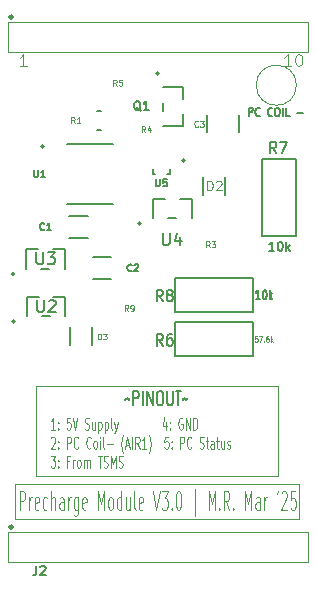
<source format=gbr>
%TF.GenerationSoftware,KiCad,Pcbnew,8.0.8*%
%TF.CreationDate,2025-03-02T20:22:08-05:00*%
%TF.ProjectId,Precharge Module V3.0,50726563-6861-4726-9765-204d6f64756c,rev?*%
%TF.SameCoordinates,Original*%
%TF.FileFunction,Legend,Top*%
%TF.FilePolarity,Positive*%
%FSLAX46Y46*%
G04 Gerber Fmt 4.6, Leading zero omitted, Abs format (unit mm)*
G04 Created by KiCad (PCBNEW 8.0.8) date 2025-03-02 20:22:08*
%MOMM*%
%LPD*%
G01*
G04 APERTURE LIST*
%ADD10C,0.100000*%
%ADD11C,0.150000*%
%ADD12C,0.125000*%
%ADD13C,0.152400*%
%ADD14C,0.120000*%
%ADD15C,0.076200*%
%ADD16C,0.254000*%
%ADD17C,0.127000*%
%ADD18C,0.200000*%
G04 APERTURE END LIST*
D10*
X51903596Y-55000000D02*
X72422405Y-55000000D01*
X72422405Y-62600000D01*
X51903596Y-62600000D01*
X51903596Y-55000000D01*
X50163000Y-63300000D02*
X74163000Y-63300000D01*
X74163000Y-66200000D01*
X50163000Y-66200000D01*
X50163000Y-63300000D01*
X51101503Y-27872419D02*
X50530075Y-27872419D01*
X50815789Y-27872419D02*
X50815789Y-26872419D01*
X50815789Y-26872419D02*
X50720551Y-27015276D01*
X50720551Y-27015276D02*
X50625313Y-27110514D01*
X50625313Y-27110514D02*
X50530075Y-27158133D01*
X53524503Y-58652531D02*
X53181646Y-58652531D01*
X53353075Y-58652531D02*
X53353075Y-57652531D01*
X53353075Y-57652531D02*
X53295932Y-57795388D01*
X53295932Y-57795388D02*
X53238789Y-57890626D01*
X53238789Y-57890626D02*
X53181646Y-57938245D01*
X53781647Y-58557292D02*
X53810218Y-58604912D01*
X53810218Y-58604912D02*
X53781647Y-58652531D01*
X53781647Y-58652531D02*
X53753075Y-58604912D01*
X53753075Y-58604912D02*
X53781647Y-58557292D01*
X53781647Y-58557292D02*
X53781647Y-58652531D01*
X53781647Y-58033483D02*
X53810218Y-58081102D01*
X53810218Y-58081102D02*
X53781647Y-58128721D01*
X53781647Y-58128721D02*
X53753075Y-58081102D01*
X53753075Y-58081102D02*
X53781647Y-58033483D01*
X53781647Y-58033483D02*
X53781647Y-58128721D01*
X54810218Y-57652531D02*
X54524504Y-57652531D01*
X54524504Y-57652531D02*
X54495932Y-58128721D01*
X54495932Y-58128721D02*
X54524504Y-58081102D01*
X54524504Y-58081102D02*
X54581647Y-58033483D01*
X54581647Y-58033483D02*
X54724504Y-58033483D01*
X54724504Y-58033483D02*
X54781647Y-58081102D01*
X54781647Y-58081102D02*
X54810218Y-58128721D01*
X54810218Y-58128721D02*
X54838789Y-58223959D01*
X54838789Y-58223959D02*
X54838789Y-58462054D01*
X54838789Y-58462054D02*
X54810218Y-58557292D01*
X54810218Y-58557292D02*
X54781647Y-58604912D01*
X54781647Y-58604912D02*
X54724504Y-58652531D01*
X54724504Y-58652531D02*
X54581647Y-58652531D01*
X54581647Y-58652531D02*
X54524504Y-58604912D01*
X54524504Y-58604912D02*
X54495932Y-58557292D01*
X55010218Y-57652531D02*
X55210218Y-58652531D01*
X55210218Y-58652531D02*
X55410218Y-57652531D01*
X56038790Y-58604912D02*
X56124505Y-58652531D01*
X56124505Y-58652531D02*
X56267362Y-58652531D01*
X56267362Y-58652531D02*
X56324505Y-58604912D01*
X56324505Y-58604912D02*
X56353076Y-58557292D01*
X56353076Y-58557292D02*
X56381647Y-58462054D01*
X56381647Y-58462054D02*
X56381647Y-58366816D01*
X56381647Y-58366816D02*
X56353076Y-58271578D01*
X56353076Y-58271578D02*
X56324505Y-58223959D01*
X56324505Y-58223959D02*
X56267362Y-58176340D01*
X56267362Y-58176340D02*
X56153076Y-58128721D01*
X56153076Y-58128721D02*
X56095933Y-58081102D01*
X56095933Y-58081102D02*
X56067362Y-58033483D01*
X56067362Y-58033483D02*
X56038790Y-57938245D01*
X56038790Y-57938245D02*
X56038790Y-57843007D01*
X56038790Y-57843007D02*
X56067362Y-57747769D01*
X56067362Y-57747769D02*
X56095933Y-57700150D01*
X56095933Y-57700150D02*
X56153076Y-57652531D01*
X56153076Y-57652531D02*
X56295933Y-57652531D01*
X56295933Y-57652531D02*
X56381647Y-57700150D01*
X56895934Y-57985864D02*
X56895934Y-58652531D01*
X56638791Y-57985864D02*
X56638791Y-58509673D01*
X56638791Y-58509673D02*
X56667362Y-58604912D01*
X56667362Y-58604912D02*
X56724505Y-58652531D01*
X56724505Y-58652531D02*
X56810219Y-58652531D01*
X56810219Y-58652531D02*
X56867362Y-58604912D01*
X56867362Y-58604912D02*
X56895934Y-58557292D01*
X57181648Y-57985864D02*
X57181648Y-58985864D01*
X57181648Y-58033483D02*
X57238791Y-57985864D01*
X57238791Y-57985864D02*
X57353076Y-57985864D01*
X57353076Y-57985864D02*
X57410219Y-58033483D01*
X57410219Y-58033483D02*
X57438791Y-58081102D01*
X57438791Y-58081102D02*
X57467362Y-58176340D01*
X57467362Y-58176340D02*
X57467362Y-58462054D01*
X57467362Y-58462054D02*
X57438791Y-58557292D01*
X57438791Y-58557292D02*
X57410219Y-58604912D01*
X57410219Y-58604912D02*
X57353076Y-58652531D01*
X57353076Y-58652531D02*
X57238791Y-58652531D01*
X57238791Y-58652531D02*
X57181648Y-58604912D01*
X57724505Y-57985864D02*
X57724505Y-58985864D01*
X57724505Y-58033483D02*
X57781648Y-57985864D01*
X57781648Y-57985864D02*
X57895933Y-57985864D01*
X57895933Y-57985864D02*
X57953076Y-58033483D01*
X57953076Y-58033483D02*
X57981648Y-58081102D01*
X57981648Y-58081102D02*
X58010219Y-58176340D01*
X58010219Y-58176340D02*
X58010219Y-58462054D01*
X58010219Y-58462054D02*
X57981648Y-58557292D01*
X57981648Y-58557292D02*
X57953076Y-58604912D01*
X57953076Y-58604912D02*
X57895933Y-58652531D01*
X57895933Y-58652531D02*
X57781648Y-58652531D01*
X57781648Y-58652531D02*
X57724505Y-58604912D01*
X58353076Y-58652531D02*
X58295933Y-58604912D01*
X58295933Y-58604912D02*
X58267362Y-58509673D01*
X58267362Y-58509673D02*
X58267362Y-57652531D01*
X58524505Y-57985864D02*
X58667362Y-58652531D01*
X58810219Y-57985864D02*
X58667362Y-58652531D01*
X58667362Y-58652531D02*
X58610219Y-58890626D01*
X58610219Y-58890626D02*
X58581648Y-58938245D01*
X58581648Y-58938245D02*
X58524505Y-58985864D01*
X62924503Y-57985864D02*
X62924503Y-58652531D01*
X62781645Y-57604912D02*
X62638788Y-58319197D01*
X62638788Y-58319197D02*
X63010217Y-58319197D01*
X63238789Y-58557292D02*
X63267360Y-58604912D01*
X63267360Y-58604912D02*
X63238789Y-58652531D01*
X63238789Y-58652531D02*
X63210217Y-58604912D01*
X63210217Y-58604912D02*
X63238789Y-58557292D01*
X63238789Y-58557292D02*
X63238789Y-58652531D01*
X63238789Y-58033483D02*
X63267360Y-58081102D01*
X63267360Y-58081102D02*
X63238789Y-58128721D01*
X63238789Y-58128721D02*
X63210217Y-58081102D01*
X63210217Y-58081102D02*
X63238789Y-58033483D01*
X63238789Y-58033483D02*
X63238789Y-58128721D01*
X64295931Y-57700150D02*
X64238789Y-57652531D01*
X64238789Y-57652531D02*
X64153074Y-57652531D01*
X64153074Y-57652531D02*
X64067360Y-57700150D01*
X64067360Y-57700150D02*
X64010217Y-57795388D01*
X64010217Y-57795388D02*
X63981646Y-57890626D01*
X63981646Y-57890626D02*
X63953074Y-58081102D01*
X63953074Y-58081102D02*
X63953074Y-58223959D01*
X63953074Y-58223959D02*
X63981646Y-58414435D01*
X63981646Y-58414435D02*
X64010217Y-58509673D01*
X64010217Y-58509673D02*
X64067360Y-58604912D01*
X64067360Y-58604912D02*
X64153074Y-58652531D01*
X64153074Y-58652531D02*
X64210217Y-58652531D01*
X64210217Y-58652531D02*
X64295931Y-58604912D01*
X64295931Y-58604912D02*
X64324503Y-58557292D01*
X64324503Y-58557292D02*
X64324503Y-58223959D01*
X64324503Y-58223959D02*
X64210217Y-58223959D01*
X64581646Y-58652531D02*
X64581646Y-57652531D01*
X64581646Y-57652531D02*
X64924503Y-58652531D01*
X64924503Y-58652531D02*
X64924503Y-57652531D01*
X65210217Y-58652531D02*
X65210217Y-57652531D01*
X65210217Y-57652531D02*
X65353074Y-57652531D01*
X65353074Y-57652531D02*
X65438788Y-57700150D01*
X65438788Y-57700150D02*
X65495931Y-57795388D01*
X65495931Y-57795388D02*
X65524502Y-57890626D01*
X65524502Y-57890626D02*
X65553074Y-58081102D01*
X65553074Y-58081102D02*
X65553074Y-58223959D01*
X65553074Y-58223959D02*
X65524502Y-58414435D01*
X65524502Y-58414435D02*
X65495931Y-58509673D01*
X65495931Y-58509673D02*
X65438788Y-58604912D01*
X65438788Y-58604912D02*
X65353074Y-58652531D01*
X65353074Y-58652531D02*
X65210217Y-58652531D01*
X53181646Y-59357713D02*
X53210218Y-59310094D01*
X53210218Y-59310094D02*
X53267361Y-59262475D01*
X53267361Y-59262475D02*
X53410218Y-59262475D01*
X53410218Y-59262475D02*
X53467361Y-59310094D01*
X53467361Y-59310094D02*
X53495932Y-59357713D01*
X53495932Y-59357713D02*
X53524503Y-59452951D01*
X53524503Y-59452951D02*
X53524503Y-59548189D01*
X53524503Y-59548189D02*
X53495932Y-59691046D01*
X53495932Y-59691046D02*
X53153075Y-60262475D01*
X53153075Y-60262475D02*
X53524503Y-60262475D01*
X53781647Y-60167236D02*
X53810218Y-60214856D01*
X53810218Y-60214856D02*
X53781647Y-60262475D01*
X53781647Y-60262475D02*
X53753075Y-60214856D01*
X53753075Y-60214856D02*
X53781647Y-60167236D01*
X53781647Y-60167236D02*
X53781647Y-60262475D01*
X53781647Y-59643427D02*
X53810218Y-59691046D01*
X53810218Y-59691046D02*
X53781647Y-59738665D01*
X53781647Y-59738665D02*
X53753075Y-59691046D01*
X53753075Y-59691046D02*
X53781647Y-59643427D01*
X53781647Y-59643427D02*
X53781647Y-59738665D01*
X54524504Y-60262475D02*
X54524504Y-59262475D01*
X54524504Y-59262475D02*
X54753075Y-59262475D01*
X54753075Y-59262475D02*
X54810218Y-59310094D01*
X54810218Y-59310094D02*
X54838789Y-59357713D01*
X54838789Y-59357713D02*
X54867361Y-59452951D01*
X54867361Y-59452951D02*
X54867361Y-59595808D01*
X54867361Y-59595808D02*
X54838789Y-59691046D01*
X54838789Y-59691046D02*
X54810218Y-59738665D01*
X54810218Y-59738665D02*
X54753075Y-59786284D01*
X54753075Y-59786284D02*
X54524504Y-59786284D01*
X55467361Y-60167236D02*
X55438789Y-60214856D01*
X55438789Y-60214856D02*
X55353075Y-60262475D01*
X55353075Y-60262475D02*
X55295932Y-60262475D01*
X55295932Y-60262475D02*
X55210218Y-60214856D01*
X55210218Y-60214856D02*
X55153075Y-60119617D01*
X55153075Y-60119617D02*
X55124504Y-60024379D01*
X55124504Y-60024379D02*
X55095932Y-59833903D01*
X55095932Y-59833903D02*
X55095932Y-59691046D01*
X55095932Y-59691046D02*
X55124504Y-59500570D01*
X55124504Y-59500570D02*
X55153075Y-59405332D01*
X55153075Y-59405332D02*
X55210218Y-59310094D01*
X55210218Y-59310094D02*
X55295932Y-59262475D01*
X55295932Y-59262475D02*
X55353075Y-59262475D01*
X55353075Y-59262475D02*
X55438789Y-59310094D01*
X55438789Y-59310094D02*
X55467361Y-59357713D01*
X56524504Y-60167236D02*
X56495932Y-60214856D01*
X56495932Y-60214856D02*
X56410218Y-60262475D01*
X56410218Y-60262475D02*
X56353075Y-60262475D01*
X56353075Y-60262475D02*
X56267361Y-60214856D01*
X56267361Y-60214856D02*
X56210218Y-60119617D01*
X56210218Y-60119617D02*
X56181647Y-60024379D01*
X56181647Y-60024379D02*
X56153075Y-59833903D01*
X56153075Y-59833903D02*
X56153075Y-59691046D01*
X56153075Y-59691046D02*
X56181647Y-59500570D01*
X56181647Y-59500570D02*
X56210218Y-59405332D01*
X56210218Y-59405332D02*
X56267361Y-59310094D01*
X56267361Y-59310094D02*
X56353075Y-59262475D01*
X56353075Y-59262475D02*
X56410218Y-59262475D01*
X56410218Y-59262475D02*
X56495932Y-59310094D01*
X56495932Y-59310094D02*
X56524504Y-59357713D01*
X56867361Y-60262475D02*
X56810218Y-60214856D01*
X56810218Y-60214856D02*
X56781647Y-60167236D01*
X56781647Y-60167236D02*
X56753075Y-60071998D01*
X56753075Y-60071998D02*
X56753075Y-59786284D01*
X56753075Y-59786284D02*
X56781647Y-59691046D01*
X56781647Y-59691046D02*
X56810218Y-59643427D01*
X56810218Y-59643427D02*
X56867361Y-59595808D01*
X56867361Y-59595808D02*
X56953075Y-59595808D01*
X56953075Y-59595808D02*
X57010218Y-59643427D01*
X57010218Y-59643427D02*
X57038790Y-59691046D01*
X57038790Y-59691046D02*
X57067361Y-59786284D01*
X57067361Y-59786284D02*
X57067361Y-60071998D01*
X57067361Y-60071998D02*
X57038790Y-60167236D01*
X57038790Y-60167236D02*
X57010218Y-60214856D01*
X57010218Y-60214856D02*
X56953075Y-60262475D01*
X56953075Y-60262475D02*
X56867361Y-60262475D01*
X57324504Y-60262475D02*
X57324504Y-59595808D01*
X57324504Y-59262475D02*
X57295932Y-59310094D01*
X57295932Y-59310094D02*
X57324504Y-59357713D01*
X57324504Y-59357713D02*
X57353075Y-59310094D01*
X57353075Y-59310094D02*
X57324504Y-59262475D01*
X57324504Y-59262475D02*
X57324504Y-59357713D01*
X57695932Y-60262475D02*
X57638789Y-60214856D01*
X57638789Y-60214856D02*
X57610218Y-60119617D01*
X57610218Y-60119617D02*
X57610218Y-59262475D01*
X57924504Y-59881522D02*
X58381647Y-59881522D01*
X59295932Y-60643427D02*
X59267361Y-60595808D01*
X59267361Y-60595808D02*
X59210218Y-60452951D01*
X59210218Y-60452951D02*
X59181647Y-60357713D01*
X59181647Y-60357713D02*
X59153075Y-60214856D01*
X59153075Y-60214856D02*
X59124504Y-59976760D01*
X59124504Y-59976760D02*
X59124504Y-59786284D01*
X59124504Y-59786284D02*
X59153075Y-59548189D01*
X59153075Y-59548189D02*
X59181647Y-59405332D01*
X59181647Y-59405332D02*
X59210218Y-59310094D01*
X59210218Y-59310094D02*
X59267361Y-59167236D01*
X59267361Y-59167236D02*
X59295932Y-59119617D01*
X59495932Y-59976760D02*
X59781647Y-59976760D01*
X59438789Y-60262475D02*
X59638789Y-59262475D01*
X59638789Y-59262475D02*
X59838789Y-60262475D01*
X60038790Y-60262475D02*
X60038790Y-59262475D01*
X60667361Y-60262475D02*
X60467361Y-59786284D01*
X60324504Y-60262475D02*
X60324504Y-59262475D01*
X60324504Y-59262475D02*
X60553075Y-59262475D01*
X60553075Y-59262475D02*
X60610218Y-59310094D01*
X60610218Y-59310094D02*
X60638789Y-59357713D01*
X60638789Y-59357713D02*
X60667361Y-59452951D01*
X60667361Y-59452951D02*
X60667361Y-59595808D01*
X60667361Y-59595808D02*
X60638789Y-59691046D01*
X60638789Y-59691046D02*
X60610218Y-59738665D01*
X60610218Y-59738665D02*
X60553075Y-59786284D01*
X60553075Y-59786284D02*
X60324504Y-59786284D01*
X61238789Y-60262475D02*
X60895932Y-60262475D01*
X61067361Y-60262475D02*
X61067361Y-59262475D01*
X61067361Y-59262475D02*
X61010218Y-59405332D01*
X61010218Y-59405332D02*
X60953075Y-59500570D01*
X60953075Y-59500570D02*
X60895932Y-59548189D01*
X61438790Y-60643427D02*
X61467361Y-60595808D01*
X61467361Y-60595808D02*
X61524504Y-60452951D01*
X61524504Y-60452951D02*
X61553076Y-60357713D01*
X61553076Y-60357713D02*
X61581647Y-60214856D01*
X61581647Y-60214856D02*
X61610218Y-59976760D01*
X61610218Y-59976760D02*
X61610218Y-59786284D01*
X61610218Y-59786284D02*
X61581647Y-59548189D01*
X61581647Y-59548189D02*
X61553076Y-59405332D01*
X61553076Y-59405332D02*
X61524504Y-59310094D01*
X61524504Y-59310094D02*
X61467361Y-59167236D01*
X61467361Y-59167236D02*
X61438790Y-59119617D01*
X63095933Y-59262475D02*
X62810219Y-59262475D01*
X62810219Y-59262475D02*
X62781647Y-59738665D01*
X62781647Y-59738665D02*
X62810219Y-59691046D01*
X62810219Y-59691046D02*
X62867362Y-59643427D01*
X62867362Y-59643427D02*
X63010219Y-59643427D01*
X63010219Y-59643427D02*
X63067362Y-59691046D01*
X63067362Y-59691046D02*
X63095933Y-59738665D01*
X63095933Y-59738665D02*
X63124504Y-59833903D01*
X63124504Y-59833903D02*
X63124504Y-60071998D01*
X63124504Y-60071998D02*
X63095933Y-60167236D01*
X63095933Y-60167236D02*
X63067362Y-60214856D01*
X63067362Y-60214856D02*
X63010219Y-60262475D01*
X63010219Y-60262475D02*
X62867362Y-60262475D01*
X62867362Y-60262475D02*
X62810219Y-60214856D01*
X62810219Y-60214856D02*
X62781647Y-60167236D01*
X63381648Y-60167236D02*
X63410219Y-60214856D01*
X63410219Y-60214856D02*
X63381648Y-60262475D01*
X63381648Y-60262475D02*
X63353076Y-60214856D01*
X63353076Y-60214856D02*
X63381648Y-60167236D01*
X63381648Y-60167236D02*
X63381648Y-60262475D01*
X63381648Y-59643427D02*
X63410219Y-59691046D01*
X63410219Y-59691046D02*
X63381648Y-59738665D01*
X63381648Y-59738665D02*
X63353076Y-59691046D01*
X63353076Y-59691046D02*
X63381648Y-59643427D01*
X63381648Y-59643427D02*
X63381648Y-59738665D01*
X64124505Y-60262475D02*
X64124505Y-59262475D01*
X64124505Y-59262475D02*
X64353076Y-59262475D01*
X64353076Y-59262475D02*
X64410219Y-59310094D01*
X64410219Y-59310094D02*
X64438790Y-59357713D01*
X64438790Y-59357713D02*
X64467362Y-59452951D01*
X64467362Y-59452951D02*
X64467362Y-59595808D01*
X64467362Y-59595808D02*
X64438790Y-59691046D01*
X64438790Y-59691046D02*
X64410219Y-59738665D01*
X64410219Y-59738665D02*
X64353076Y-59786284D01*
X64353076Y-59786284D02*
X64124505Y-59786284D01*
X65067362Y-60167236D02*
X65038790Y-60214856D01*
X65038790Y-60214856D02*
X64953076Y-60262475D01*
X64953076Y-60262475D02*
X64895933Y-60262475D01*
X64895933Y-60262475D02*
X64810219Y-60214856D01*
X64810219Y-60214856D02*
X64753076Y-60119617D01*
X64753076Y-60119617D02*
X64724505Y-60024379D01*
X64724505Y-60024379D02*
X64695933Y-59833903D01*
X64695933Y-59833903D02*
X64695933Y-59691046D01*
X64695933Y-59691046D02*
X64724505Y-59500570D01*
X64724505Y-59500570D02*
X64753076Y-59405332D01*
X64753076Y-59405332D02*
X64810219Y-59310094D01*
X64810219Y-59310094D02*
X64895933Y-59262475D01*
X64895933Y-59262475D02*
X64953076Y-59262475D01*
X64953076Y-59262475D02*
X65038790Y-59310094D01*
X65038790Y-59310094D02*
X65067362Y-59357713D01*
X65753076Y-60214856D02*
X65838791Y-60262475D01*
X65838791Y-60262475D02*
X65981648Y-60262475D01*
X65981648Y-60262475D02*
X66038791Y-60214856D01*
X66038791Y-60214856D02*
X66067362Y-60167236D01*
X66067362Y-60167236D02*
X66095933Y-60071998D01*
X66095933Y-60071998D02*
X66095933Y-59976760D01*
X66095933Y-59976760D02*
X66067362Y-59881522D01*
X66067362Y-59881522D02*
X66038791Y-59833903D01*
X66038791Y-59833903D02*
X65981648Y-59786284D01*
X65981648Y-59786284D02*
X65867362Y-59738665D01*
X65867362Y-59738665D02*
X65810219Y-59691046D01*
X65810219Y-59691046D02*
X65781648Y-59643427D01*
X65781648Y-59643427D02*
X65753076Y-59548189D01*
X65753076Y-59548189D02*
X65753076Y-59452951D01*
X65753076Y-59452951D02*
X65781648Y-59357713D01*
X65781648Y-59357713D02*
X65810219Y-59310094D01*
X65810219Y-59310094D02*
X65867362Y-59262475D01*
X65867362Y-59262475D02*
X66010219Y-59262475D01*
X66010219Y-59262475D02*
X66095933Y-59310094D01*
X66267362Y-59595808D02*
X66495934Y-59595808D01*
X66353077Y-59262475D02*
X66353077Y-60119617D01*
X66353077Y-60119617D02*
X66381648Y-60214856D01*
X66381648Y-60214856D02*
X66438791Y-60262475D01*
X66438791Y-60262475D02*
X66495934Y-60262475D01*
X66953077Y-60262475D02*
X66953077Y-59738665D01*
X66953077Y-59738665D02*
X66924505Y-59643427D01*
X66924505Y-59643427D02*
X66867362Y-59595808D01*
X66867362Y-59595808D02*
X66753077Y-59595808D01*
X66753077Y-59595808D02*
X66695934Y-59643427D01*
X66953077Y-60214856D02*
X66895934Y-60262475D01*
X66895934Y-60262475D02*
X66753077Y-60262475D01*
X66753077Y-60262475D02*
X66695934Y-60214856D01*
X66695934Y-60214856D02*
X66667362Y-60119617D01*
X66667362Y-60119617D02*
X66667362Y-60024379D01*
X66667362Y-60024379D02*
X66695934Y-59929141D01*
X66695934Y-59929141D02*
X66753077Y-59881522D01*
X66753077Y-59881522D02*
X66895934Y-59881522D01*
X66895934Y-59881522D02*
X66953077Y-59833903D01*
X67153076Y-59595808D02*
X67381648Y-59595808D01*
X67238791Y-59262475D02*
X67238791Y-60119617D01*
X67238791Y-60119617D02*
X67267362Y-60214856D01*
X67267362Y-60214856D02*
X67324505Y-60262475D01*
X67324505Y-60262475D02*
X67381648Y-60262475D01*
X67838791Y-59595808D02*
X67838791Y-60262475D01*
X67581648Y-59595808D02*
X67581648Y-60119617D01*
X67581648Y-60119617D02*
X67610219Y-60214856D01*
X67610219Y-60214856D02*
X67667362Y-60262475D01*
X67667362Y-60262475D02*
X67753076Y-60262475D01*
X67753076Y-60262475D02*
X67810219Y-60214856D01*
X67810219Y-60214856D02*
X67838791Y-60167236D01*
X68095933Y-60214856D02*
X68153076Y-60262475D01*
X68153076Y-60262475D02*
X68267362Y-60262475D01*
X68267362Y-60262475D02*
X68324505Y-60214856D01*
X68324505Y-60214856D02*
X68353076Y-60119617D01*
X68353076Y-60119617D02*
X68353076Y-60071998D01*
X68353076Y-60071998D02*
X68324505Y-59976760D01*
X68324505Y-59976760D02*
X68267362Y-59929141D01*
X68267362Y-59929141D02*
X68181648Y-59929141D01*
X68181648Y-59929141D02*
X68124505Y-59881522D01*
X68124505Y-59881522D02*
X68095933Y-59786284D01*
X68095933Y-59786284D02*
X68095933Y-59738665D01*
X68095933Y-59738665D02*
X68124505Y-59643427D01*
X68124505Y-59643427D02*
X68181648Y-59595808D01*
X68181648Y-59595808D02*
X68267362Y-59595808D01*
X68267362Y-59595808D02*
X68324505Y-59643427D01*
X53153075Y-60872419D02*
X53524503Y-60872419D01*
X53524503Y-60872419D02*
X53324503Y-61253371D01*
X53324503Y-61253371D02*
X53410218Y-61253371D01*
X53410218Y-61253371D02*
X53467361Y-61300990D01*
X53467361Y-61300990D02*
X53495932Y-61348609D01*
X53495932Y-61348609D02*
X53524503Y-61443847D01*
X53524503Y-61443847D02*
X53524503Y-61681942D01*
X53524503Y-61681942D02*
X53495932Y-61777180D01*
X53495932Y-61777180D02*
X53467361Y-61824800D01*
X53467361Y-61824800D02*
X53410218Y-61872419D01*
X53410218Y-61872419D02*
X53238789Y-61872419D01*
X53238789Y-61872419D02*
X53181646Y-61824800D01*
X53181646Y-61824800D02*
X53153075Y-61777180D01*
X53781647Y-61777180D02*
X53810218Y-61824800D01*
X53810218Y-61824800D02*
X53781647Y-61872419D01*
X53781647Y-61872419D02*
X53753075Y-61824800D01*
X53753075Y-61824800D02*
X53781647Y-61777180D01*
X53781647Y-61777180D02*
X53781647Y-61872419D01*
X53781647Y-61253371D02*
X53810218Y-61300990D01*
X53810218Y-61300990D02*
X53781647Y-61348609D01*
X53781647Y-61348609D02*
X53753075Y-61300990D01*
X53753075Y-61300990D02*
X53781647Y-61253371D01*
X53781647Y-61253371D02*
X53781647Y-61348609D01*
X54724504Y-61348609D02*
X54524504Y-61348609D01*
X54524504Y-61872419D02*
X54524504Y-60872419D01*
X54524504Y-60872419D02*
X54810218Y-60872419D01*
X55038790Y-61872419D02*
X55038790Y-61205752D01*
X55038790Y-61396228D02*
X55067361Y-61300990D01*
X55067361Y-61300990D02*
X55095933Y-61253371D01*
X55095933Y-61253371D02*
X55153075Y-61205752D01*
X55153075Y-61205752D02*
X55210218Y-61205752D01*
X55495933Y-61872419D02*
X55438790Y-61824800D01*
X55438790Y-61824800D02*
X55410219Y-61777180D01*
X55410219Y-61777180D02*
X55381647Y-61681942D01*
X55381647Y-61681942D02*
X55381647Y-61396228D01*
X55381647Y-61396228D02*
X55410219Y-61300990D01*
X55410219Y-61300990D02*
X55438790Y-61253371D01*
X55438790Y-61253371D02*
X55495933Y-61205752D01*
X55495933Y-61205752D02*
X55581647Y-61205752D01*
X55581647Y-61205752D02*
X55638790Y-61253371D01*
X55638790Y-61253371D02*
X55667362Y-61300990D01*
X55667362Y-61300990D02*
X55695933Y-61396228D01*
X55695933Y-61396228D02*
X55695933Y-61681942D01*
X55695933Y-61681942D02*
X55667362Y-61777180D01*
X55667362Y-61777180D02*
X55638790Y-61824800D01*
X55638790Y-61824800D02*
X55581647Y-61872419D01*
X55581647Y-61872419D02*
X55495933Y-61872419D01*
X55953076Y-61872419D02*
X55953076Y-61205752D01*
X55953076Y-61300990D02*
X55981647Y-61253371D01*
X55981647Y-61253371D02*
X56038790Y-61205752D01*
X56038790Y-61205752D02*
X56124504Y-61205752D01*
X56124504Y-61205752D02*
X56181647Y-61253371D01*
X56181647Y-61253371D02*
X56210219Y-61348609D01*
X56210219Y-61348609D02*
X56210219Y-61872419D01*
X56210219Y-61348609D02*
X56238790Y-61253371D01*
X56238790Y-61253371D02*
X56295933Y-61205752D01*
X56295933Y-61205752D02*
X56381647Y-61205752D01*
X56381647Y-61205752D02*
X56438790Y-61253371D01*
X56438790Y-61253371D02*
X56467361Y-61348609D01*
X56467361Y-61348609D02*
X56467361Y-61872419D01*
X57124504Y-60872419D02*
X57467362Y-60872419D01*
X57295933Y-61872419D02*
X57295933Y-60872419D01*
X57638790Y-61824800D02*
X57724505Y-61872419D01*
X57724505Y-61872419D02*
X57867362Y-61872419D01*
X57867362Y-61872419D02*
X57924505Y-61824800D01*
X57924505Y-61824800D02*
X57953076Y-61777180D01*
X57953076Y-61777180D02*
X57981647Y-61681942D01*
X57981647Y-61681942D02*
X57981647Y-61586704D01*
X57981647Y-61586704D02*
X57953076Y-61491466D01*
X57953076Y-61491466D02*
X57924505Y-61443847D01*
X57924505Y-61443847D02*
X57867362Y-61396228D01*
X57867362Y-61396228D02*
X57753076Y-61348609D01*
X57753076Y-61348609D02*
X57695933Y-61300990D01*
X57695933Y-61300990D02*
X57667362Y-61253371D01*
X57667362Y-61253371D02*
X57638790Y-61158133D01*
X57638790Y-61158133D02*
X57638790Y-61062895D01*
X57638790Y-61062895D02*
X57667362Y-60967657D01*
X57667362Y-60967657D02*
X57695933Y-60920038D01*
X57695933Y-60920038D02*
X57753076Y-60872419D01*
X57753076Y-60872419D02*
X57895933Y-60872419D01*
X57895933Y-60872419D02*
X57981647Y-60920038D01*
X58238791Y-61872419D02*
X58238791Y-60872419D01*
X58238791Y-60872419D02*
X58438791Y-61586704D01*
X58438791Y-61586704D02*
X58638791Y-60872419D01*
X58638791Y-60872419D02*
X58638791Y-61872419D01*
X58895933Y-61824800D02*
X58981648Y-61872419D01*
X58981648Y-61872419D02*
X59124505Y-61872419D01*
X59124505Y-61872419D02*
X59181648Y-61824800D01*
X59181648Y-61824800D02*
X59210219Y-61777180D01*
X59210219Y-61777180D02*
X59238790Y-61681942D01*
X59238790Y-61681942D02*
X59238790Y-61586704D01*
X59238790Y-61586704D02*
X59210219Y-61491466D01*
X59210219Y-61491466D02*
X59181648Y-61443847D01*
X59181648Y-61443847D02*
X59124505Y-61396228D01*
X59124505Y-61396228D02*
X59010219Y-61348609D01*
X59010219Y-61348609D02*
X58953076Y-61300990D01*
X58953076Y-61300990D02*
X58924505Y-61253371D01*
X58924505Y-61253371D02*
X58895933Y-61158133D01*
X58895933Y-61158133D02*
X58895933Y-61062895D01*
X58895933Y-61062895D02*
X58924505Y-60967657D01*
X58924505Y-60967657D02*
X58953076Y-60920038D01*
X58953076Y-60920038D02*
X59010219Y-60872419D01*
X59010219Y-60872419D02*
X59153076Y-60872419D01*
X59153076Y-60872419D02*
X59238790Y-60920038D01*
X73485312Y-27872419D02*
X72913884Y-27872419D01*
X73199598Y-27872419D02*
X73199598Y-26872419D01*
X73199598Y-26872419D02*
X73104360Y-27015276D01*
X73104360Y-27015276D02*
X73009122Y-27110514D01*
X73009122Y-27110514D02*
X72913884Y-27158133D01*
X74104360Y-26872419D02*
X74199598Y-26872419D01*
X74199598Y-26872419D02*
X74294836Y-26920038D01*
X74294836Y-26920038D02*
X74342455Y-26967657D01*
X74342455Y-26967657D02*
X74390074Y-27062895D01*
X74390074Y-27062895D02*
X74437693Y-27253371D01*
X74437693Y-27253371D02*
X74437693Y-27491466D01*
X74437693Y-27491466D02*
X74390074Y-27681942D01*
X74390074Y-27681942D02*
X74342455Y-27777180D01*
X74342455Y-27777180D02*
X74294836Y-27824800D01*
X74294836Y-27824800D02*
X74199598Y-27872419D01*
X74199598Y-27872419D02*
X74104360Y-27872419D01*
X74104360Y-27872419D02*
X74009122Y-27824800D01*
X74009122Y-27824800D02*
X73961503Y-27777180D01*
X73961503Y-27777180D02*
X73913884Y-27681942D01*
X73913884Y-27681942D02*
X73866265Y-27491466D01*
X73866265Y-27491466D02*
X73866265Y-27253371D01*
X73866265Y-27253371D02*
X73913884Y-27062895D01*
X73913884Y-27062895D02*
X73961503Y-26967657D01*
X73961503Y-26967657D02*
X74009122Y-26920038D01*
X74009122Y-26920038D02*
X74104360Y-26872419D01*
D11*
X70855826Y-47600414D02*
X70512969Y-47600414D01*
X70684398Y-47600414D02*
X70684398Y-46850414D01*
X70684398Y-46850414D02*
X70627255Y-46957557D01*
X70627255Y-46957557D02*
X70570112Y-47028985D01*
X70570112Y-47028985D02*
X70512969Y-47064700D01*
X71227255Y-46850414D02*
X71284398Y-46850414D01*
X71284398Y-46850414D02*
X71341541Y-46886128D01*
X71341541Y-46886128D02*
X71370113Y-46921842D01*
X71370113Y-46921842D02*
X71398684Y-46993271D01*
X71398684Y-46993271D02*
X71427255Y-47136128D01*
X71427255Y-47136128D02*
X71427255Y-47314700D01*
X71427255Y-47314700D02*
X71398684Y-47457557D01*
X71398684Y-47457557D02*
X71370113Y-47528985D01*
X71370113Y-47528985D02*
X71341541Y-47564700D01*
X71341541Y-47564700D02*
X71284398Y-47600414D01*
X71284398Y-47600414D02*
X71227255Y-47600414D01*
X71227255Y-47600414D02*
X71170113Y-47564700D01*
X71170113Y-47564700D02*
X71141541Y-47528985D01*
X71141541Y-47528985D02*
X71112970Y-47457557D01*
X71112970Y-47457557D02*
X71084398Y-47314700D01*
X71084398Y-47314700D02*
X71084398Y-47136128D01*
X71084398Y-47136128D02*
X71112970Y-46993271D01*
X71112970Y-46993271D02*
X71141541Y-46921842D01*
X71141541Y-46921842D02*
X71170113Y-46886128D01*
X71170113Y-46886128D02*
X71227255Y-46850414D01*
X71684399Y-47600414D02*
X71684399Y-46850414D01*
X71741542Y-47314700D02*
X71912970Y-47600414D01*
X71912970Y-47100414D02*
X71684399Y-47386128D01*
X72070112Y-43500414D02*
X71641541Y-43500414D01*
X71855826Y-43500414D02*
X71855826Y-42750414D01*
X71855826Y-42750414D02*
X71784398Y-42857557D01*
X71784398Y-42857557D02*
X71712969Y-42928985D01*
X71712969Y-42928985D02*
X71641541Y-42964700D01*
X72534398Y-42750414D02*
X72605827Y-42750414D01*
X72605827Y-42750414D02*
X72677255Y-42786128D01*
X72677255Y-42786128D02*
X72712970Y-42821842D01*
X72712970Y-42821842D02*
X72748684Y-42893271D01*
X72748684Y-42893271D02*
X72784398Y-43036128D01*
X72784398Y-43036128D02*
X72784398Y-43214700D01*
X72784398Y-43214700D02*
X72748684Y-43357557D01*
X72748684Y-43357557D02*
X72712970Y-43428985D01*
X72712970Y-43428985D02*
X72677255Y-43464700D01*
X72677255Y-43464700D02*
X72605827Y-43500414D01*
X72605827Y-43500414D02*
X72534398Y-43500414D01*
X72534398Y-43500414D02*
X72462970Y-43464700D01*
X72462970Y-43464700D02*
X72427255Y-43428985D01*
X72427255Y-43428985D02*
X72391541Y-43357557D01*
X72391541Y-43357557D02*
X72355827Y-43214700D01*
X72355827Y-43214700D02*
X72355827Y-43036128D01*
X72355827Y-43036128D02*
X72391541Y-42893271D01*
X72391541Y-42893271D02*
X72427255Y-42821842D01*
X72427255Y-42821842D02*
X72462970Y-42786128D01*
X72462970Y-42786128D02*
X72534398Y-42750414D01*
X73105827Y-43500414D02*
X73105827Y-42750414D01*
X73177256Y-43214700D02*
X73391541Y-43500414D01*
X73391541Y-43000414D02*
X73105827Y-43286128D01*
D10*
X50520692Y-65437490D02*
X50520692Y-63837490D01*
X50520692Y-63837490D02*
X50825454Y-63837490D01*
X50825454Y-63837490D02*
X50901644Y-63913680D01*
X50901644Y-63913680D02*
X50939739Y-63989871D01*
X50939739Y-63989871D02*
X50977835Y-64142252D01*
X50977835Y-64142252D02*
X50977835Y-64370823D01*
X50977835Y-64370823D02*
X50939739Y-64523204D01*
X50939739Y-64523204D02*
X50901644Y-64599395D01*
X50901644Y-64599395D02*
X50825454Y-64675585D01*
X50825454Y-64675585D02*
X50520692Y-64675585D01*
X51320692Y-65437490D02*
X51320692Y-64370823D01*
X51320692Y-64675585D02*
X51358787Y-64523204D01*
X51358787Y-64523204D02*
X51396882Y-64447014D01*
X51396882Y-64447014D02*
X51473073Y-64370823D01*
X51473073Y-64370823D02*
X51549263Y-64370823D01*
X52120692Y-65361300D02*
X52044501Y-65437490D01*
X52044501Y-65437490D02*
X51892120Y-65437490D01*
X51892120Y-65437490D02*
X51815930Y-65361300D01*
X51815930Y-65361300D02*
X51777834Y-65208919D01*
X51777834Y-65208919D02*
X51777834Y-64599395D01*
X51777834Y-64599395D02*
X51815930Y-64447014D01*
X51815930Y-64447014D02*
X51892120Y-64370823D01*
X51892120Y-64370823D02*
X52044501Y-64370823D01*
X52044501Y-64370823D02*
X52120692Y-64447014D01*
X52120692Y-64447014D02*
X52158787Y-64599395D01*
X52158787Y-64599395D02*
X52158787Y-64751776D01*
X52158787Y-64751776D02*
X51777834Y-64904157D01*
X52844501Y-65361300D02*
X52768310Y-65437490D01*
X52768310Y-65437490D02*
X52615929Y-65437490D01*
X52615929Y-65437490D02*
X52539739Y-65361300D01*
X52539739Y-65361300D02*
X52501644Y-65285109D01*
X52501644Y-65285109D02*
X52463548Y-65132728D01*
X52463548Y-65132728D02*
X52463548Y-64675585D01*
X52463548Y-64675585D02*
X52501644Y-64523204D01*
X52501644Y-64523204D02*
X52539739Y-64447014D01*
X52539739Y-64447014D02*
X52615929Y-64370823D01*
X52615929Y-64370823D02*
X52768310Y-64370823D01*
X52768310Y-64370823D02*
X52844501Y-64447014D01*
X53187358Y-65437490D02*
X53187358Y-63837490D01*
X53530215Y-65437490D02*
X53530215Y-64599395D01*
X53530215Y-64599395D02*
X53492120Y-64447014D01*
X53492120Y-64447014D02*
X53415929Y-64370823D01*
X53415929Y-64370823D02*
X53301643Y-64370823D01*
X53301643Y-64370823D02*
X53225453Y-64447014D01*
X53225453Y-64447014D02*
X53187358Y-64523204D01*
X54254025Y-65437490D02*
X54254025Y-64599395D01*
X54254025Y-64599395D02*
X54215930Y-64447014D01*
X54215930Y-64447014D02*
X54139739Y-64370823D01*
X54139739Y-64370823D02*
X53987358Y-64370823D01*
X53987358Y-64370823D02*
X53911168Y-64447014D01*
X54254025Y-65361300D02*
X54177834Y-65437490D01*
X54177834Y-65437490D02*
X53987358Y-65437490D01*
X53987358Y-65437490D02*
X53911168Y-65361300D01*
X53911168Y-65361300D02*
X53873072Y-65208919D01*
X53873072Y-65208919D02*
X53873072Y-65056538D01*
X53873072Y-65056538D02*
X53911168Y-64904157D01*
X53911168Y-64904157D02*
X53987358Y-64827966D01*
X53987358Y-64827966D02*
X54177834Y-64827966D01*
X54177834Y-64827966D02*
X54254025Y-64751776D01*
X54634978Y-65437490D02*
X54634978Y-64370823D01*
X54634978Y-64675585D02*
X54673073Y-64523204D01*
X54673073Y-64523204D02*
X54711168Y-64447014D01*
X54711168Y-64447014D02*
X54787359Y-64370823D01*
X54787359Y-64370823D02*
X54863549Y-64370823D01*
X55473073Y-64370823D02*
X55473073Y-65666061D01*
X55473073Y-65666061D02*
X55434978Y-65818442D01*
X55434978Y-65818442D02*
X55396882Y-65894633D01*
X55396882Y-65894633D02*
X55320692Y-65970823D01*
X55320692Y-65970823D02*
X55206406Y-65970823D01*
X55206406Y-65970823D02*
X55130216Y-65894633D01*
X55473073Y-65361300D02*
X55396882Y-65437490D01*
X55396882Y-65437490D02*
X55244501Y-65437490D01*
X55244501Y-65437490D02*
X55168311Y-65361300D01*
X55168311Y-65361300D02*
X55130216Y-65285109D01*
X55130216Y-65285109D02*
X55092120Y-65132728D01*
X55092120Y-65132728D02*
X55092120Y-64675585D01*
X55092120Y-64675585D02*
X55130216Y-64523204D01*
X55130216Y-64523204D02*
X55168311Y-64447014D01*
X55168311Y-64447014D02*
X55244501Y-64370823D01*
X55244501Y-64370823D02*
X55396882Y-64370823D01*
X55396882Y-64370823D02*
X55473073Y-64447014D01*
X56158788Y-65361300D02*
X56082597Y-65437490D01*
X56082597Y-65437490D02*
X55930216Y-65437490D01*
X55930216Y-65437490D02*
X55854026Y-65361300D01*
X55854026Y-65361300D02*
X55815930Y-65208919D01*
X55815930Y-65208919D02*
X55815930Y-64599395D01*
X55815930Y-64599395D02*
X55854026Y-64447014D01*
X55854026Y-64447014D02*
X55930216Y-64370823D01*
X55930216Y-64370823D02*
X56082597Y-64370823D01*
X56082597Y-64370823D02*
X56158788Y-64447014D01*
X56158788Y-64447014D02*
X56196883Y-64599395D01*
X56196883Y-64599395D02*
X56196883Y-64751776D01*
X56196883Y-64751776D02*
X55815930Y-64904157D01*
X57149264Y-65437490D02*
X57149264Y-63837490D01*
X57149264Y-63837490D02*
X57415930Y-64980347D01*
X57415930Y-64980347D02*
X57682597Y-63837490D01*
X57682597Y-63837490D02*
X57682597Y-65437490D01*
X58177835Y-65437490D02*
X58101645Y-65361300D01*
X58101645Y-65361300D02*
X58063550Y-65285109D01*
X58063550Y-65285109D02*
X58025454Y-65132728D01*
X58025454Y-65132728D02*
X58025454Y-64675585D01*
X58025454Y-64675585D02*
X58063550Y-64523204D01*
X58063550Y-64523204D02*
X58101645Y-64447014D01*
X58101645Y-64447014D02*
X58177835Y-64370823D01*
X58177835Y-64370823D02*
X58292121Y-64370823D01*
X58292121Y-64370823D02*
X58368312Y-64447014D01*
X58368312Y-64447014D02*
X58406407Y-64523204D01*
X58406407Y-64523204D02*
X58444502Y-64675585D01*
X58444502Y-64675585D02*
X58444502Y-65132728D01*
X58444502Y-65132728D02*
X58406407Y-65285109D01*
X58406407Y-65285109D02*
X58368312Y-65361300D01*
X58368312Y-65361300D02*
X58292121Y-65437490D01*
X58292121Y-65437490D02*
X58177835Y-65437490D01*
X59130217Y-65437490D02*
X59130217Y-63837490D01*
X59130217Y-65361300D02*
X59054026Y-65437490D01*
X59054026Y-65437490D02*
X58901645Y-65437490D01*
X58901645Y-65437490D02*
X58825455Y-65361300D01*
X58825455Y-65361300D02*
X58787360Y-65285109D01*
X58787360Y-65285109D02*
X58749264Y-65132728D01*
X58749264Y-65132728D02*
X58749264Y-64675585D01*
X58749264Y-64675585D02*
X58787360Y-64523204D01*
X58787360Y-64523204D02*
X58825455Y-64447014D01*
X58825455Y-64447014D02*
X58901645Y-64370823D01*
X58901645Y-64370823D02*
X59054026Y-64370823D01*
X59054026Y-64370823D02*
X59130217Y-64447014D01*
X59854027Y-64370823D02*
X59854027Y-65437490D01*
X59511170Y-64370823D02*
X59511170Y-65208919D01*
X59511170Y-65208919D02*
X59549265Y-65361300D01*
X59549265Y-65361300D02*
X59625455Y-65437490D01*
X59625455Y-65437490D02*
X59739741Y-65437490D01*
X59739741Y-65437490D02*
X59815932Y-65361300D01*
X59815932Y-65361300D02*
X59854027Y-65285109D01*
X60349265Y-65437490D02*
X60273075Y-65361300D01*
X60273075Y-65361300D02*
X60234980Y-65208919D01*
X60234980Y-65208919D02*
X60234980Y-63837490D01*
X60958790Y-65361300D02*
X60882599Y-65437490D01*
X60882599Y-65437490D02*
X60730218Y-65437490D01*
X60730218Y-65437490D02*
X60654028Y-65361300D01*
X60654028Y-65361300D02*
X60615932Y-65208919D01*
X60615932Y-65208919D02*
X60615932Y-64599395D01*
X60615932Y-64599395D02*
X60654028Y-64447014D01*
X60654028Y-64447014D02*
X60730218Y-64370823D01*
X60730218Y-64370823D02*
X60882599Y-64370823D01*
X60882599Y-64370823D02*
X60958790Y-64447014D01*
X60958790Y-64447014D02*
X60996885Y-64599395D01*
X60996885Y-64599395D02*
X60996885Y-64751776D01*
X60996885Y-64751776D02*
X60615932Y-64904157D01*
X61834980Y-63837490D02*
X62101647Y-65437490D01*
X62101647Y-65437490D02*
X62368313Y-63837490D01*
X62558789Y-63837490D02*
X63054027Y-63837490D01*
X63054027Y-63837490D02*
X62787361Y-64447014D01*
X62787361Y-64447014D02*
X62901646Y-64447014D01*
X62901646Y-64447014D02*
X62977837Y-64523204D01*
X62977837Y-64523204D02*
X63015932Y-64599395D01*
X63015932Y-64599395D02*
X63054027Y-64751776D01*
X63054027Y-64751776D02*
X63054027Y-65132728D01*
X63054027Y-65132728D02*
X63015932Y-65285109D01*
X63015932Y-65285109D02*
X62977837Y-65361300D01*
X62977837Y-65361300D02*
X62901646Y-65437490D01*
X62901646Y-65437490D02*
X62673075Y-65437490D01*
X62673075Y-65437490D02*
X62596884Y-65361300D01*
X62596884Y-65361300D02*
X62558789Y-65285109D01*
X63396885Y-65285109D02*
X63434980Y-65361300D01*
X63434980Y-65361300D02*
X63396885Y-65437490D01*
X63396885Y-65437490D02*
X63358789Y-65361300D01*
X63358789Y-65361300D02*
X63396885Y-65285109D01*
X63396885Y-65285109D02*
X63396885Y-65437490D01*
X63930218Y-63837490D02*
X64006408Y-63837490D01*
X64006408Y-63837490D02*
X64082599Y-63913680D01*
X64082599Y-63913680D02*
X64120694Y-63989871D01*
X64120694Y-63989871D02*
X64158789Y-64142252D01*
X64158789Y-64142252D02*
X64196884Y-64447014D01*
X64196884Y-64447014D02*
X64196884Y-64827966D01*
X64196884Y-64827966D02*
X64158789Y-65132728D01*
X64158789Y-65132728D02*
X64120694Y-65285109D01*
X64120694Y-65285109D02*
X64082599Y-65361300D01*
X64082599Y-65361300D02*
X64006408Y-65437490D01*
X64006408Y-65437490D02*
X63930218Y-65437490D01*
X63930218Y-65437490D02*
X63854027Y-65361300D01*
X63854027Y-65361300D02*
X63815932Y-65285109D01*
X63815932Y-65285109D02*
X63777837Y-65132728D01*
X63777837Y-65132728D02*
X63739741Y-64827966D01*
X63739741Y-64827966D02*
X63739741Y-64447014D01*
X63739741Y-64447014D02*
X63777837Y-64142252D01*
X63777837Y-64142252D02*
X63815932Y-63989871D01*
X63815932Y-63989871D02*
X63854027Y-63913680D01*
X63854027Y-63913680D02*
X63930218Y-63837490D01*
X65339742Y-65970823D02*
X65339742Y-63685109D01*
X66520695Y-65437490D02*
X66520695Y-63837490D01*
X66520695Y-63837490D02*
X66787361Y-64980347D01*
X66787361Y-64980347D02*
X67054028Y-63837490D01*
X67054028Y-63837490D02*
X67054028Y-65437490D01*
X67434981Y-65285109D02*
X67473076Y-65361300D01*
X67473076Y-65361300D02*
X67434981Y-65437490D01*
X67434981Y-65437490D02*
X67396885Y-65361300D01*
X67396885Y-65361300D02*
X67434981Y-65285109D01*
X67434981Y-65285109D02*
X67434981Y-65437490D01*
X68273076Y-65437490D02*
X68006409Y-64675585D01*
X67815933Y-65437490D02*
X67815933Y-63837490D01*
X67815933Y-63837490D02*
X68120695Y-63837490D01*
X68120695Y-63837490D02*
X68196885Y-63913680D01*
X68196885Y-63913680D02*
X68234980Y-63989871D01*
X68234980Y-63989871D02*
X68273076Y-64142252D01*
X68273076Y-64142252D02*
X68273076Y-64370823D01*
X68273076Y-64370823D02*
X68234980Y-64523204D01*
X68234980Y-64523204D02*
X68196885Y-64599395D01*
X68196885Y-64599395D02*
X68120695Y-64675585D01*
X68120695Y-64675585D02*
X67815933Y-64675585D01*
X68615933Y-65285109D02*
X68654028Y-65361300D01*
X68654028Y-65361300D02*
X68615933Y-65437490D01*
X68615933Y-65437490D02*
X68577837Y-65361300D01*
X68577837Y-65361300D02*
X68615933Y-65285109D01*
X68615933Y-65285109D02*
X68615933Y-65437490D01*
X69606409Y-65437490D02*
X69606409Y-63837490D01*
X69606409Y-63837490D02*
X69873075Y-64980347D01*
X69873075Y-64980347D02*
X70139742Y-63837490D01*
X70139742Y-63837490D02*
X70139742Y-65437490D01*
X70863552Y-65437490D02*
X70863552Y-64599395D01*
X70863552Y-64599395D02*
X70825457Y-64447014D01*
X70825457Y-64447014D02*
X70749266Y-64370823D01*
X70749266Y-64370823D02*
X70596885Y-64370823D01*
X70596885Y-64370823D02*
X70520695Y-64447014D01*
X70863552Y-65361300D02*
X70787361Y-65437490D01*
X70787361Y-65437490D02*
X70596885Y-65437490D01*
X70596885Y-65437490D02*
X70520695Y-65361300D01*
X70520695Y-65361300D02*
X70482599Y-65208919D01*
X70482599Y-65208919D02*
X70482599Y-65056538D01*
X70482599Y-65056538D02*
X70520695Y-64904157D01*
X70520695Y-64904157D02*
X70596885Y-64827966D01*
X70596885Y-64827966D02*
X70787361Y-64827966D01*
X70787361Y-64827966D02*
X70863552Y-64751776D01*
X71244505Y-65437490D02*
X71244505Y-64370823D01*
X71244505Y-64675585D02*
X71282600Y-64523204D01*
X71282600Y-64523204D02*
X71320695Y-64447014D01*
X71320695Y-64447014D02*
X71396886Y-64370823D01*
X71396886Y-64370823D02*
X71473076Y-64370823D01*
X72387362Y-63837490D02*
X72311171Y-64142252D01*
X72692123Y-63989871D02*
X72730219Y-63913680D01*
X72730219Y-63913680D02*
X72806409Y-63837490D01*
X72806409Y-63837490D02*
X72996885Y-63837490D01*
X72996885Y-63837490D02*
X73073076Y-63913680D01*
X73073076Y-63913680D02*
X73111171Y-63989871D01*
X73111171Y-63989871D02*
X73149266Y-64142252D01*
X73149266Y-64142252D02*
X73149266Y-64294633D01*
X73149266Y-64294633D02*
X73111171Y-64523204D01*
X73111171Y-64523204D02*
X72654028Y-65437490D01*
X72654028Y-65437490D02*
X73149266Y-65437490D01*
X73873076Y-63837490D02*
X73492124Y-63837490D01*
X73492124Y-63837490D02*
X73454028Y-64599395D01*
X73454028Y-64599395D02*
X73492124Y-64523204D01*
X73492124Y-64523204D02*
X73568314Y-64447014D01*
X73568314Y-64447014D02*
X73758790Y-64447014D01*
X73758790Y-64447014D02*
X73834981Y-64523204D01*
X73834981Y-64523204D02*
X73873076Y-64599395D01*
X73873076Y-64599395D02*
X73911171Y-64751776D01*
X73911171Y-64751776D02*
X73911171Y-65132728D01*
X73911171Y-65132728D02*
X73873076Y-65285109D01*
X73873076Y-65285109D02*
X73834981Y-65361300D01*
X73834981Y-65361300D02*
X73758790Y-65437490D01*
X73758790Y-65437490D02*
X73568314Y-65437490D01*
X73568314Y-65437490D02*
X73492124Y-65361300D01*
X73492124Y-65361300D02*
X73454028Y-65285109D01*
D11*
X59469065Y-56138200D02*
X59507160Y-56081057D01*
X59507160Y-56081057D02*
X59583351Y-56023914D01*
X59583351Y-56023914D02*
X59735732Y-56138200D01*
X59735732Y-56138200D02*
X59811922Y-56081057D01*
X59811922Y-56081057D02*
X59850017Y-56023914D01*
X60154780Y-56595342D02*
X60154780Y-55395342D01*
X60154780Y-55395342D02*
X60459542Y-55395342D01*
X60459542Y-55395342D02*
X60535732Y-55452485D01*
X60535732Y-55452485D02*
X60573827Y-55509628D01*
X60573827Y-55509628D02*
X60611923Y-55623914D01*
X60611923Y-55623914D02*
X60611923Y-55795342D01*
X60611923Y-55795342D02*
X60573827Y-55909628D01*
X60573827Y-55909628D02*
X60535732Y-55966771D01*
X60535732Y-55966771D02*
X60459542Y-56023914D01*
X60459542Y-56023914D02*
X60154780Y-56023914D01*
X60954780Y-56595342D02*
X60954780Y-55395342D01*
X61335732Y-56595342D02*
X61335732Y-55395342D01*
X61335732Y-55395342D02*
X61792875Y-56595342D01*
X61792875Y-56595342D02*
X61792875Y-55395342D01*
X62326208Y-55395342D02*
X62478589Y-55395342D01*
X62478589Y-55395342D02*
X62554779Y-55452485D01*
X62554779Y-55452485D02*
X62630970Y-55566771D01*
X62630970Y-55566771D02*
X62669065Y-55795342D01*
X62669065Y-55795342D02*
X62669065Y-56195342D01*
X62669065Y-56195342D02*
X62630970Y-56423914D01*
X62630970Y-56423914D02*
X62554779Y-56538200D01*
X62554779Y-56538200D02*
X62478589Y-56595342D01*
X62478589Y-56595342D02*
X62326208Y-56595342D01*
X62326208Y-56595342D02*
X62250017Y-56538200D01*
X62250017Y-56538200D02*
X62173827Y-56423914D01*
X62173827Y-56423914D02*
X62135731Y-56195342D01*
X62135731Y-56195342D02*
X62135731Y-55795342D01*
X62135731Y-55795342D02*
X62173827Y-55566771D01*
X62173827Y-55566771D02*
X62250017Y-55452485D01*
X62250017Y-55452485D02*
X62326208Y-55395342D01*
X63011922Y-55395342D02*
X63011922Y-56366771D01*
X63011922Y-56366771D02*
X63050017Y-56481057D01*
X63050017Y-56481057D02*
X63088112Y-56538200D01*
X63088112Y-56538200D02*
X63164303Y-56595342D01*
X63164303Y-56595342D02*
X63316684Y-56595342D01*
X63316684Y-56595342D02*
X63392874Y-56538200D01*
X63392874Y-56538200D02*
X63430969Y-56481057D01*
X63430969Y-56481057D02*
X63469065Y-56366771D01*
X63469065Y-56366771D02*
X63469065Y-55395342D01*
X63735731Y-55395342D02*
X64192874Y-55395342D01*
X63964302Y-56595342D02*
X63964302Y-55395342D01*
X64345255Y-56138200D02*
X64383350Y-56081057D01*
X64383350Y-56081057D02*
X64459541Y-56023914D01*
X64459541Y-56023914D02*
X64611922Y-56138200D01*
X64611922Y-56138200D02*
X64688112Y-56081057D01*
X64688112Y-56081057D02*
X64726207Y-56023914D01*
D10*
X70651503Y-50733609D02*
X70461027Y-50733609D01*
X70461027Y-50733609D02*
X70441979Y-50971704D01*
X70441979Y-50971704D02*
X70461027Y-50947895D01*
X70461027Y-50947895D02*
X70499122Y-50924085D01*
X70499122Y-50924085D02*
X70594360Y-50924085D01*
X70594360Y-50924085D02*
X70632455Y-50947895D01*
X70632455Y-50947895D02*
X70651503Y-50971704D01*
X70651503Y-50971704D02*
X70670550Y-51019323D01*
X70670550Y-51019323D02*
X70670550Y-51138371D01*
X70670550Y-51138371D02*
X70651503Y-51185990D01*
X70651503Y-51185990D02*
X70632455Y-51209800D01*
X70632455Y-51209800D02*
X70594360Y-51233609D01*
X70594360Y-51233609D02*
X70499122Y-51233609D01*
X70499122Y-51233609D02*
X70461027Y-51209800D01*
X70461027Y-51209800D02*
X70441979Y-51185990D01*
X70803883Y-50733609D02*
X71070550Y-50733609D01*
X71070550Y-50733609D02*
X70899121Y-51233609D01*
X71222931Y-51185990D02*
X71241978Y-51209800D01*
X71241978Y-51209800D02*
X71222931Y-51233609D01*
X71222931Y-51233609D02*
X71203883Y-51209800D01*
X71203883Y-51209800D02*
X71222931Y-51185990D01*
X71222931Y-51185990D02*
X71222931Y-51233609D01*
X71584835Y-50733609D02*
X71508645Y-50733609D01*
X71508645Y-50733609D02*
X71470549Y-50757419D01*
X71470549Y-50757419D02*
X71451502Y-50781228D01*
X71451502Y-50781228D02*
X71413407Y-50852657D01*
X71413407Y-50852657D02*
X71394359Y-50947895D01*
X71394359Y-50947895D02*
X71394359Y-51138371D01*
X71394359Y-51138371D02*
X71413407Y-51185990D01*
X71413407Y-51185990D02*
X71432454Y-51209800D01*
X71432454Y-51209800D02*
X71470549Y-51233609D01*
X71470549Y-51233609D02*
X71546740Y-51233609D01*
X71546740Y-51233609D02*
X71584835Y-51209800D01*
X71584835Y-51209800D02*
X71603883Y-51185990D01*
X71603883Y-51185990D02*
X71622930Y-51138371D01*
X71622930Y-51138371D02*
X71622930Y-51019323D01*
X71622930Y-51019323D02*
X71603883Y-50971704D01*
X71603883Y-50971704D02*
X71584835Y-50947895D01*
X71584835Y-50947895D02*
X71546740Y-50924085D01*
X71546740Y-50924085D02*
X71470549Y-50924085D01*
X71470549Y-50924085D02*
X71432454Y-50947895D01*
X71432454Y-50947895D02*
X71413407Y-50971704D01*
X71413407Y-50971704D02*
X71394359Y-51019323D01*
X71794359Y-51233609D02*
X71794359Y-50733609D01*
X71832454Y-51043133D02*
X71946740Y-51233609D01*
X71946740Y-50900276D02*
X71794359Y-51090752D01*
D12*
X57130952Y-51024809D02*
X57130952Y-50524809D01*
X57130952Y-50524809D02*
X57250000Y-50524809D01*
X57250000Y-50524809D02*
X57321428Y-50548619D01*
X57321428Y-50548619D02*
X57369047Y-50596238D01*
X57369047Y-50596238D02*
X57392857Y-50643857D01*
X57392857Y-50643857D02*
X57416666Y-50739095D01*
X57416666Y-50739095D02*
X57416666Y-50810523D01*
X57416666Y-50810523D02*
X57392857Y-50905761D01*
X57392857Y-50905761D02*
X57369047Y-50953380D01*
X57369047Y-50953380D02*
X57321428Y-51001000D01*
X57321428Y-51001000D02*
X57250000Y-51024809D01*
X57250000Y-51024809D02*
X57130952Y-51024809D01*
X57583333Y-50524809D02*
X57892857Y-50524809D01*
X57892857Y-50524809D02*
X57726190Y-50715285D01*
X57726190Y-50715285D02*
X57797619Y-50715285D01*
X57797619Y-50715285D02*
X57845238Y-50739095D01*
X57845238Y-50739095D02*
X57869047Y-50762904D01*
X57869047Y-50762904D02*
X57892857Y-50810523D01*
X57892857Y-50810523D02*
X57892857Y-50929571D01*
X57892857Y-50929571D02*
X57869047Y-50977190D01*
X57869047Y-50977190D02*
X57845238Y-51001000D01*
X57845238Y-51001000D02*
X57797619Y-51024809D01*
X57797619Y-51024809D02*
X57654762Y-51024809D01*
X57654762Y-51024809D02*
X57607143Y-51001000D01*
X57607143Y-51001000D02*
X57583333Y-50977190D01*
D11*
X62630000Y-51554819D02*
X62330000Y-51078628D01*
X62115714Y-51554819D02*
X62115714Y-50554819D01*
X62115714Y-50554819D02*
X62458571Y-50554819D01*
X62458571Y-50554819D02*
X62544286Y-50602438D01*
X62544286Y-50602438D02*
X62587143Y-50650057D01*
X62587143Y-50650057D02*
X62630000Y-50745295D01*
X62630000Y-50745295D02*
X62630000Y-50888152D01*
X62630000Y-50888152D02*
X62587143Y-50983390D01*
X62587143Y-50983390D02*
X62544286Y-51031009D01*
X62544286Y-51031009D02*
X62458571Y-51078628D01*
X62458571Y-51078628D02*
X62115714Y-51078628D01*
X63401429Y-50554819D02*
X63230000Y-50554819D01*
X63230000Y-50554819D02*
X63144286Y-50602438D01*
X63144286Y-50602438D02*
X63101429Y-50650057D01*
X63101429Y-50650057D02*
X63015714Y-50792914D01*
X63015714Y-50792914D02*
X62972857Y-50983390D01*
X62972857Y-50983390D02*
X62972857Y-51364342D01*
X62972857Y-51364342D02*
X63015714Y-51459580D01*
X63015714Y-51459580D02*
X63058571Y-51507200D01*
X63058571Y-51507200D02*
X63144286Y-51554819D01*
X63144286Y-51554819D02*
X63315714Y-51554819D01*
X63315714Y-51554819D02*
X63401429Y-51507200D01*
X63401429Y-51507200D02*
X63444286Y-51459580D01*
X63444286Y-51459580D02*
X63487143Y-51364342D01*
X63487143Y-51364342D02*
X63487143Y-51126247D01*
X63487143Y-51126247D02*
X63444286Y-51031009D01*
X63444286Y-51031009D02*
X63401429Y-50983390D01*
X63401429Y-50983390D02*
X63315714Y-50935771D01*
X63315714Y-50935771D02*
X63144286Y-50935771D01*
X63144286Y-50935771D02*
X63058571Y-50983390D01*
X63058571Y-50983390D02*
X63015714Y-51031009D01*
X63015714Y-51031009D02*
X62972857Y-51126247D01*
X69914286Y-32139164D02*
X69914286Y-31389164D01*
X69914286Y-31389164D02*
X70142857Y-31389164D01*
X70142857Y-31389164D02*
X70200000Y-31424878D01*
X70200000Y-31424878D02*
X70228571Y-31460592D01*
X70228571Y-31460592D02*
X70257143Y-31532021D01*
X70257143Y-31532021D02*
X70257143Y-31639164D01*
X70257143Y-31639164D02*
X70228571Y-31710592D01*
X70228571Y-31710592D02*
X70200000Y-31746307D01*
X70200000Y-31746307D02*
X70142857Y-31782021D01*
X70142857Y-31782021D02*
X69914286Y-31782021D01*
X70857143Y-32067735D02*
X70828571Y-32103450D01*
X70828571Y-32103450D02*
X70742857Y-32139164D01*
X70742857Y-32139164D02*
X70685714Y-32139164D01*
X70685714Y-32139164D02*
X70600000Y-32103450D01*
X70600000Y-32103450D02*
X70542857Y-32032021D01*
X70542857Y-32032021D02*
X70514286Y-31960592D01*
X70514286Y-31960592D02*
X70485714Y-31817735D01*
X70485714Y-31817735D02*
X70485714Y-31710592D01*
X70485714Y-31710592D02*
X70514286Y-31567735D01*
X70514286Y-31567735D02*
X70542857Y-31496307D01*
X70542857Y-31496307D02*
X70600000Y-31424878D01*
X70600000Y-31424878D02*
X70685714Y-31389164D01*
X70685714Y-31389164D02*
X70742857Y-31389164D01*
X70742857Y-31389164D02*
X70828571Y-31424878D01*
X70828571Y-31424878D02*
X70857143Y-31460592D01*
X71914286Y-32067735D02*
X71885714Y-32103450D01*
X71885714Y-32103450D02*
X71800000Y-32139164D01*
X71800000Y-32139164D02*
X71742857Y-32139164D01*
X71742857Y-32139164D02*
X71657143Y-32103450D01*
X71657143Y-32103450D02*
X71600000Y-32032021D01*
X71600000Y-32032021D02*
X71571429Y-31960592D01*
X71571429Y-31960592D02*
X71542857Y-31817735D01*
X71542857Y-31817735D02*
X71542857Y-31710592D01*
X71542857Y-31710592D02*
X71571429Y-31567735D01*
X71571429Y-31567735D02*
X71600000Y-31496307D01*
X71600000Y-31496307D02*
X71657143Y-31424878D01*
X71657143Y-31424878D02*
X71742857Y-31389164D01*
X71742857Y-31389164D02*
X71800000Y-31389164D01*
X71800000Y-31389164D02*
X71885714Y-31424878D01*
X71885714Y-31424878D02*
X71914286Y-31460592D01*
X72285714Y-31389164D02*
X72400000Y-31389164D01*
X72400000Y-31389164D02*
X72457143Y-31424878D01*
X72457143Y-31424878D02*
X72514286Y-31496307D01*
X72514286Y-31496307D02*
X72542857Y-31639164D01*
X72542857Y-31639164D02*
X72542857Y-31889164D01*
X72542857Y-31889164D02*
X72514286Y-32032021D01*
X72514286Y-32032021D02*
X72457143Y-32103450D01*
X72457143Y-32103450D02*
X72400000Y-32139164D01*
X72400000Y-32139164D02*
X72285714Y-32139164D01*
X72285714Y-32139164D02*
X72228572Y-32103450D01*
X72228572Y-32103450D02*
X72171429Y-32032021D01*
X72171429Y-32032021D02*
X72142857Y-31889164D01*
X72142857Y-31889164D02*
X72142857Y-31639164D01*
X72142857Y-31639164D02*
X72171429Y-31496307D01*
X72171429Y-31496307D02*
X72228572Y-31424878D01*
X72228572Y-31424878D02*
X72285714Y-31389164D01*
X72800000Y-32139164D02*
X72800000Y-31389164D01*
X73371428Y-32139164D02*
X73085714Y-32139164D01*
X73085714Y-32139164D02*
X73085714Y-31389164D01*
X74028571Y-31853450D02*
X74485714Y-31853450D01*
X60765571Y-31671192D02*
X60694142Y-31635478D01*
X60694142Y-31635478D02*
X60622714Y-31564050D01*
X60622714Y-31564050D02*
X60515571Y-31456907D01*
X60515571Y-31456907D02*
X60444142Y-31421192D01*
X60444142Y-31421192D02*
X60372714Y-31421192D01*
X60408428Y-31599764D02*
X60337000Y-31564050D01*
X60337000Y-31564050D02*
X60265571Y-31492621D01*
X60265571Y-31492621D02*
X60229857Y-31349764D01*
X60229857Y-31349764D02*
X60229857Y-31099764D01*
X60229857Y-31099764D02*
X60265571Y-30956907D01*
X60265571Y-30956907D02*
X60337000Y-30885478D01*
X60337000Y-30885478D02*
X60408428Y-30849764D01*
X60408428Y-30849764D02*
X60551285Y-30849764D01*
X60551285Y-30849764D02*
X60622714Y-30885478D01*
X60622714Y-30885478D02*
X60694142Y-30956907D01*
X60694142Y-30956907D02*
X60729857Y-31099764D01*
X60729857Y-31099764D02*
X60729857Y-31349764D01*
X60729857Y-31349764D02*
X60694142Y-31492621D01*
X60694142Y-31492621D02*
X60622714Y-31564050D01*
X60622714Y-31564050D02*
X60551285Y-31599764D01*
X60551285Y-31599764D02*
X60408428Y-31599764D01*
X61444142Y-31599764D02*
X61015571Y-31599764D01*
X61229856Y-31599764D02*
X61229856Y-30849764D01*
X61229856Y-30849764D02*
X61158428Y-30956907D01*
X61158428Y-30956907D02*
X61086999Y-31028335D01*
X61086999Y-31028335D02*
X61015571Y-31064050D01*
D12*
X66615166Y-43224809D02*
X66448500Y-42986714D01*
X66329452Y-43224809D02*
X66329452Y-42724809D01*
X66329452Y-42724809D02*
X66519928Y-42724809D01*
X66519928Y-42724809D02*
X66567547Y-42748619D01*
X66567547Y-42748619D02*
X66591357Y-42772428D01*
X66591357Y-42772428D02*
X66615166Y-42820047D01*
X66615166Y-42820047D02*
X66615166Y-42891476D01*
X66615166Y-42891476D02*
X66591357Y-42939095D01*
X66591357Y-42939095D02*
X66567547Y-42962904D01*
X66567547Y-42962904D02*
X66519928Y-42986714D01*
X66519928Y-42986714D02*
X66329452Y-42986714D01*
X66781833Y-42724809D02*
X67091357Y-42724809D01*
X67091357Y-42724809D02*
X66924690Y-42915285D01*
X66924690Y-42915285D02*
X66996119Y-42915285D01*
X66996119Y-42915285D02*
X67043738Y-42939095D01*
X67043738Y-42939095D02*
X67067547Y-42962904D01*
X67067547Y-42962904D02*
X67091357Y-43010523D01*
X67091357Y-43010523D02*
X67091357Y-43129571D01*
X67091357Y-43129571D02*
X67067547Y-43177190D01*
X67067547Y-43177190D02*
X67043738Y-43201000D01*
X67043738Y-43201000D02*
X66996119Y-43224809D01*
X66996119Y-43224809D02*
X66853262Y-43224809D01*
X66853262Y-43224809D02*
X66805643Y-43201000D01*
X66805643Y-43201000D02*
X66781833Y-43177190D01*
X65616666Y-32977190D02*
X65592857Y-33001000D01*
X65592857Y-33001000D02*
X65521428Y-33024809D01*
X65521428Y-33024809D02*
X65473809Y-33024809D01*
X65473809Y-33024809D02*
X65402381Y-33001000D01*
X65402381Y-33001000D02*
X65354762Y-32953380D01*
X65354762Y-32953380D02*
X65330952Y-32905761D01*
X65330952Y-32905761D02*
X65307143Y-32810523D01*
X65307143Y-32810523D02*
X65307143Y-32739095D01*
X65307143Y-32739095D02*
X65330952Y-32643857D01*
X65330952Y-32643857D02*
X65354762Y-32596238D01*
X65354762Y-32596238D02*
X65402381Y-32548619D01*
X65402381Y-32548619D02*
X65473809Y-32524809D01*
X65473809Y-32524809D02*
X65521428Y-32524809D01*
X65521428Y-32524809D02*
X65592857Y-32548619D01*
X65592857Y-32548619D02*
X65616666Y-32572428D01*
X65783333Y-32524809D02*
X66092857Y-32524809D01*
X66092857Y-32524809D02*
X65926190Y-32715285D01*
X65926190Y-32715285D02*
X65997619Y-32715285D01*
X65997619Y-32715285D02*
X66045238Y-32739095D01*
X66045238Y-32739095D02*
X66069047Y-32762904D01*
X66069047Y-32762904D02*
X66092857Y-32810523D01*
X66092857Y-32810523D02*
X66092857Y-32929571D01*
X66092857Y-32929571D02*
X66069047Y-32977190D01*
X66069047Y-32977190D02*
X66045238Y-33001000D01*
X66045238Y-33001000D02*
X65997619Y-33024809D01*
X65997619Y-33024809D02*
X65854762Y-33024809D01*
X65854762Y-33024809D02*
X65807143Y-33001000D01*
X65807143Y-33001000D02*
X65783333Y-32977190D01*
X66409524Y-38387595D02*
X66409524Y-37587595D01*
X66409524Y-37587595D02*
X66600000Y-37587595D01*
X66600000Y-37587595D02*
X66714286Y-37625690D01*
X66714286Y-37625690D02*
X66790476Y-37701880D01*
X66790476Y-37701880D02*
X66828571Y-37778071D01*
X66828571Y-37778071D02*
X66866667Y-37930452D01*
X66866667Y-37930452D02*
X66866667Y-38044738D01*
X66866667Y-38044738D02*
X66828571Y-38197119D01*
X66828571Y-38197119D02*
X66790476Y-38273309D01*
X66790476Y-38273309D02*
X66714286Y-38349500D01*
X66714286Y-38349500D02*
X66600000Y-38387595D01*
X66600000Y-38387595D02*
X66409524Y-38387595D01*
X67171428Y-37663785D02*
X67209524Y-37625690D01*
X67209524Y-37625690D02*
X67285714Y-37587595D01*
X67285714Y-37587595D02*
X67476190Y-37587595D01*
X67476190Y-37587595D02*
X67552381Y-37625690D01*
X67552381Y-37625690D02*
X67590476Y-37663785D01*
X67590476Y-37663785D02*
X67628571Y-37739976D01*
X67628571Y-37739976D02*
X67628571Y-37816166D01*
X67628571Y-37816166D02*
X67590476Y-37930452D01*
X67590476Y-37930452D02*
X67133333Y-38387595D01*
X67133333Y-38387595D02*
X67628571Y-38387595D01*
X59708266Y-48611909D02*
X59541600Y-48373814D01*
X59422552Y-48611909D02*
X59422552Y-48111909D01*
X59422552Y-48111909D02*
X59613028Y-48111909D01*
X59613028Y-48111909D02*
X59660647Y-48135719D01*
X59660647Y-48135719D02*
X59684457Y-48159528D01*
X59684457Y-48159528D02*
X59708266Y-48207147D01*
X59708266Y-48207147D02*
X59708266Y-48278576D01*
X59708266Y-48278576D02*
X59684457Y-48326195D01*
X59684457Y-48326195D02*
X59660647Y-48350004D01*
X59660647Y-48350004D02*
X59613028Y-48373814D01*
X59613028Y-48373814D02*
X59422552Y-48373814D01*
X59946362Y-48611909D02*
X60041600Y-48611909D01*
X60041600Y-48611909D02*
X60089219Y-48588100D01*
X60089219Y-48588100D02*
X60113028Y-48564290D01*
X60113028Y-48564290D02*
X60160647Y-48492861D01*
X60160647Y-48492861D02*
X60184457Y-48397623D01*
X60184457Y-48397623D02*
X60184457Y-48207147D01*
X60184457Y-48207147D02*
X60160647Y-48159528D01*
X60160647Y-48159528D02*
X60136838Y-48135719D01*
X60136838Y-48135719D02*
X60089219Y-48111909D01*
X60089219Y-48111909D02*
X59993981Y-48111909D01*
X59993981Y-48111909D02*
X59946362Y-48135719D01*
X59946362Y-48135719D02*
X59922552Y-48159528D01*
X59922552Y-48159528D02*
X59898743Y-48207147D01*
X59898743Y-48207147D02*
X59898743Y-48326195D01*
X59898743Y-48326195D02*
X59922552Y-48373814D01*
X59922552Y-48373814D02*
X59946362Y-48397623D01*
X59946362Y-48397623D02*
X59993981Y-48421433D01*
X59993981Y-48421433D02*
X60089219Y-48421433D01*
X60089219Y-48421433D02*
X60136838Y-48397623D01*
X60136838Y-48397623D02*
X60160647Y-48373814D01*
X60160647Y-48373814D02*
X60184457Y-48326195D01*
D11*
X62630000Y-47804819D02*
X62330000Y-47328628D01*
X62115714Y-47804819D02*
X62115714Y-46804819D01*
X62115714Y-46804819D02*
X62458571Y-46804819D01*
X62458571Y-46804819D02*
X62544286Y-46852438D01*
X62544286Y-46852438D02*
X62587143Y-46900057D01*
X62587143Y-46900057D02*
X62630000Y-46995295D01*
X62630000Y-46995295D02*
X62630000Y-47138152D01*
X62630000Y-47138152D02*
X62587143Y-47233390D01*
X62587143Y-47233390D02*
X62544286Y-47281009D01*
X62544286Y-47281009D02*
X62458571Y-47328628D01*
X62458571Y-47328628D02*
X62115714Y-47328628D01*
X63144286Y-47233390D02*
X63058571Y-47185771D01*
X63058571Y-47185771D02*
X63015714Y-47138152D01*
X63015714Y-47138152D02*
X62972857Y-47042914D01*
X62972857Y-47042914D02*
X62972857Y-46995295D01*
X62972857Y-46995295D02*
X63015714Y-46900057D01*
X63015714Y-46900057D02*
X63058571Y-46852438D01*
X63058571Y-46852438D02*
X63144286Y-46804819D01*
X63144286Y-46804819D02*
X63315714Y-46804819D01*
X63315714Y-46804819D02*
X63401429Y-46852438D01*
X63401429Y-46852438D02*
X63444286Y-46900057D01*
X63444286Y-46900057D02*
X63487143Y-46995295D01*
X63487143Y-46995295D02*
X63487143Y-47042914D01*
X63487143Y-47042914D02*
X63444286Y-47138152D01*
X63444286Y-47138152D02*
X63401429Y-47185771D01*
X63401429Y-47185771D02*
X63315714Y-47233390D01*
X63315714Y-47233390D02*
X63144286Y-47233390D01*
X63144286Y-47233390D02*
X63058571Y-47281009D01*
X63058571Y-47281009D02*
X63015714Y-47328628D01*
X63015714Y-47328628D02*
X62972857Y-47423866D01*
X62972857Y-47423866D02*
X62972857Y-47614342D01*
X62972857Y-47614342D02*
X63015714Y-47709580D01*
X63015714Y-47709580D02*
X63058571Y-47757200D01*
X63058571Y-47757200D02*
X63144286Y-47804819D01*
X63144286Y-47804819D02*
X63315714Y-47804819D01*
X63315714Y-47804819D02*
X63401429Y-47757200D01*
X63401429Y-47757200D02*
X63444286Y-47709580D01*
X63444286Y-47709580D02*
X63487143Y-47614342D01*
X63487143Y-47614342D02*
X63487143Y-47423866D01*
X63487143Y-47423866D02*
X63444286Y-47328628D01*
X63444286Y-47328628D02*
X63401429Y-47281009D01*
X63401429Y-47281009D02*
X63315714Y-47233390D01*
X52600000Y-41712628D02*
X52571428Y-41741200D01*
X52571428Y-41741200D02*
X52485714Y-41769771D01*
X52485714Y-41769771D02*
X52428571Y-41769771D01*
X52428571Y-41769771D02*
X52342857Y-41741200D01*
X52342857Y-41741200D02*
X52285714Y-41684057D01*
X52285714Y-41684057D02*
X52257143Y-41626914D01*
X52257143Y-41626914D02*
X52228571Y-41512628D01*
X52228571Y-41512628D02*
X52228571Y-41426914D01*
X52228571Y-41426914D02*
X52257143Y-41312628D01*
X52257143Y-41312628D02*
X52285714Y-41255485D01*
X52285714Y-41255485D02*
X52342857Y-41198342D01*
X52342857Y-41198342D02*
X52428571Y-41169771D01*
X52428571Y-41169771D02*
X52485714Y-41169771D01*
X52485714Y-41169771D02*
X52571428Y-41198342D01*
X52571428Y-41198342D02*
X52600000Y-41226914D01*
X53171428Y-41769771D02*
X52828571Y-41769771D01*
X53000000Y-41769771D02*
X53000000Y-41169771D01*
X53000000Y-41169771D02*
X52942857Y-41255485D01*
X52942857Y-41255485D02*
X52885714Y-41312628D01*
X52885714Y-41312628D02*
X52828571Y-41341200D01*
X60000000Y-45212628D02*
X59971428Y-45241200D01*
X59971428Y-45241200D02*
X59885714Y-45269771D01*
X59885714Y-45269771D02*
X59828571Y-45269771D01*
X59828571Y-45269771D02*
X59742857Y-45241200D01*
X59742857Y-45241200D02*
X59685714Y-45184057D01*
X59685714Y-45184057D02*
X59657143Y-45126914D01*
X59657143Y-45126914D02*
X59628571Y-45012628D01*
X59628571Y-45012628D02*
X59628571Y-44926914D01*
X59628571Y-44926914D02*
X59657143Y-44812628D01*
X59657143Y-44812628D02*
X59685714Y-44755485D01*
X59685714Y-44755485D02*
X59742857Y-44698342D01*
X59742857Y-44698342D02*
X59828571Y-44669771D01*
X59828571Y-44669771D02*
X59885714Y-44669771D01*
X59885714Y-44669771D02*
X59971428Y-44698342D01*
X59971428Y-44698342D02*
X60000000Y-44726914D01*
X60228571Y-44726914D02*
X60257143Y-44698342D01*
X60257143Y-44698342D02*
X60314286Y-44669771D01*
X60314286Y-44669771D02*
X60457143Y-44669771D01*
X60457143Y-44669771D02*
X60514286Y-44698342D01*
X60514286Y-44698342D02*
X60542857Y-44726914D01*
X60542857Y-44726914D02*
X60571428Y-44784057D01*
X60571428Y-44784057D02*
X60571428Y-44841200D01*
X60571428Y-44841200D02*
X60542857Y-44926914D01*
X60542857Y-44926914D02*
X60200000Y-45269771D01*
X60200000Y-45269771D02*
X60571428Y-45269771D01*
D12*
X58718166Y-29524809D02*
X58551500Y-29286714D01*
X58432452Y-29524809D02*
X58432452Y-29024809D01*
X58432452Y-29024809D02*
X58622928Y-29024809D01*
X58622928Y-29024809D02*
X58670547Y-29048619D01*
X58670547Y-29048619D02*
X58694357Y-29072428D01*
X58694357Y-29072428D02*
X58718166Y-29120047D01*
X58718166Y-29120047D02*
X58718166Y-29191476D01*
X58718166Y-29191476D02*
X58694357Y-29239095D01*
X58694357Y-29239095D02*
X58670547Y-29262904D01*
X58670547Y-29262904D02*
X58622928Y-29286714D01*
X58622928Y-29286714D02*
X58432452Y-29286714D01*
X59170547Y-29024809D02*
X58932452Y-29024809D01*
X58932452Y-29024809D02*
X58908643Y-29262904D01*
X58908643Y-29262904D02*
X58932452Y-29239095D01*
X58932452Y-29239095D02*
X58980071Y-29215285D01*
X58980071Y-29215285D02*
X59099119Y-29215285D01*
X59099119Y-29215285D02*
X59146738Y-29239095D01*
X59146738Y-29239095D02*
X59170547Y-29262904D01*
X59170547Y-29262904D02*
X59194357Y-29310523D01*
X59194357Y-29310523D02*
X59194357Y-29429571D01*
X59194357Y-29429571D02*
X59170547Y-29477190D01*
X59170547Y-29477190D02*
X59146738Y-29501000D01*
X59146738Y-29501000D02*
X59099119Y-29524809D01*
X59099119Y-29524809D02*
X58980071Y-29524809D01*
X58980071Y-29524809D02*
X58932452Y-29501000D01*
X58932452Y-29501000D02*
X58908643Y-29477190D01*
D11*
X51988095Y-47704819D02*
X51988095Y-48514342D01*
X51988095Y-48514342D02*
X52035714Y-48609580D01*
X52035714Y-48609580D02*
X52083333Y-48657200D01*
X52083333Y-48657200D02*
X52178571Y-48704819D01*
X52178571Y-48704819D02*
X52369047Y-48704819D01*
X52369047Y-48704819D02*
X52464285Y-48657200D01*
X52464285Y-48657200D02*
X52511904Y-48609580D01*
X52511904Y-48609580D02*
X52559523Y-48514342D01*
X52559523Y-48514342D02*
X52559523Y-47704819D01*
X52988095Y-47800057D02*
X53035714Y-47752438D01*
X53035714Y-47752438D02*
X53130952Y-47704819D01*
X53130952Y-47704819D02*
X53369047Y-47704819D01*
X53369047Y-47704819D02*
X53464285Y-47752438D01*
X53464285Y-47752438D02*
X53511904Y-47800057D01*
X53511904Y-47800057D02*
X53559523Y-47895295D01*
X53559523Y-47895295D02*
X53559523Y-47990533D01*
X53559523Y-47990533D02*
X53511904Y-48133390D01*
X53511904Y-48133390D02*
X52940476Y-48704819D01*
X52940476Y-48704819D02*
X53559523Y-48704819D01*
X72250000Y-35269819D02*
X71950000Y-34793628D01*
X71735714Y-35269819D02*
X71735714Y-34269819D01*
X71735714Y-34269819D02*
X72078571Y-34269819D01*
X72078571Y-34269819D02*
X72164286Y-34317438D01*
X72164286Y-34317438D02*
X72207143Y-34365057D01*
X72207143Y-34365057D02*
X72250000Y-34460295D01*
X72250000Y-34460295D02*
X72250000Y-34603152D01*
X72250000Y-34603152D02*
X72207143Y-34698390D01*
X72207143Y-34698390D02*
X72164286Y-34746009D01*
X72164286Y-34746009D02*
X72078571Y-34793628D01*
X72078571Y-34793628D02*
X71735714Y-34793628D01*
X72550000Y-34269819D02*
X73150000Y-34269819D01*
X73150000Y-34269819D02*
X72764286Y-35269819D01*
X51940595Y-43648619D02*
X51940595Y-44458142D01*
X51940595Y-44458142D02*
X51988214Y-44553380D01*
X51988214Y-44553380D02*
X52035833Y-44601000D01*
X52035833Y-44601000D02*
X52131071Y-44648619D01*
X52131071Y-44648619D02*
X52321547Y-44648619D01*
X52321547Y-44648619D02*
X52416785Y-44601000D01*
X52416785Y-44601000D02*
X52464404Y-44553380D01*
X52464404Y-44553380D02*
X52512023Y-44458142D01*
X52512023Y-44458142D02*
X52512023Y-43648619D01*
X52892976Y-43648619D02*
X53512023Y-43648619D01*
X53512023Y-43648619D02*
X53178690Y-44029571D01*
X53178690Y-44029571D02*
X53321547Y-44029571D01*
X53321547Y-44029571D02*
X53416785Y-44077190D01*
X53416785Y-44077190D02*
X53464404Y-44124809D01*
X53464404Y-44124809D02*
X53512023Y-44220047D01*
X53512023Y-44220047D02*
X53512023Y-44458142D01*
X53512023Y-44458142D02*
X53464404Y-44553380D01*
X53464404Y-44553380D02*
X53416785Y-44601000D01*
X53416785Y-44601000D02*
X53321547Y-44648619D01*
X53321547Y-44648619D02*
X53035833Y-44648619D01*
X53035833Y-44648619D02*
X52940595Y-44601000D01*
X52940595Y-44601000D02*
X52892976Y-44553380D01*
D12*
X61166666Y-33474809D02*
X61000000Y-33236714D01*
X60880952Y-33474809D02*
X60880952Y-32974809D01*
X60880952Y-32974809D02*
X61071428Y-32974809D01*
X61071428Y-32974809D02*
X61119047Y-32998619D01*
X61119047Y-32998619D02*
X61142857Y-33022428D01*
X61142857Y-33022428D02*
X61166666Y-33070047D01*
X61166666Y-33070047D02*
X61166666Y-33141476D01*
X61166666Y-33141476D02*
X61142857Y-33189095D01*
X61142857Y-33189095D02*
X61119047Y-33212904D01*
X61119047Y-33212904D02*
X61071428Y-33236714D01*
X61071428Y-33236714D02*
X60880952Y-33236714D01*
X61595238Y-33141476D02*
X61595238Y-33474809D01*
X61476190Y-32951000D02*
X61357143Y-33308142D01*
X61357143Y-33308142D02*
X61666666Y-33308142D01*
D11*
X51930333Y-70174295D02*
X51930333Y-70745723D01*
X51930333Y-70745723D02*
X51892238Y-70860009D01*
X51892238Y-70860009D02*
X51816047Y-70936200D01*
X51816047Y-70936200D02*
X51701762Y-70974295D01*
X51701762Y-70974295D02*
X51625571Y-70974295D01*
X52273190Y-70250485D02*
X52311286Y-70212390D01*
X52311286Y-70212390D02*
X52387476Y-70174295D01*
X52387476Y-70174295D02*
X52577952Y-70174295D01*
X52577952Y-70174295D02*
X52654143Y-70212390D01*
X52654143Y-70212390D02*
X52692238Y-70250485D01*
X52692238Y-70250485D02*
X52730333Y-70326676D01*
X52730333Y-70326676D02*
X52730333Y-70402866D01*
X52730333Y-70402866D02*
X52692238Y-70517152D01*
X52692238Y-70517152D02*
X52235095Y-70974295D01*
X52235095Y-70974295D02*
X52730333Y-70974295D01*
X51742857Y-36669771D02*
X51742857Y-37155485D01*
X51742857Y-37155485D02*
X51771428Y-37212628D01*
X51771428Y-37212628D02*
X51800000Y-37241200D01*
X51800000Y-37241200D02*
X51857142Y-37269771D01*
X51857142Y-37269771D02*
X51971428Y-37269771D01*
X51971428Y-37269771D02*
X52028571Y-37241200D01*
X52028571Y-37241200D02*
X52057142Y-37212628D01*
X52057142Y-37212628D02*
X52085714Y-37155485D01*
X52085714Y-37155485D02*
X52085714Y-36669771D01*
X52685713Y-37269771D02*
X52342856Y-37269771D01*
X52514285Y-37269771D02*
X52514285Y-36669771D01*
X52514285Y-36669771D02*
X52457142Y-36755485D01*
X52457142Y-36755485D02*
X52399999Y-36812628D01*
X52399999Y-36812628D02*
X52342856Y-36841200D01*
X62638095Y-42054819D02*
X62638095Y-42864342D01*
X62638095Y-42864342D02*
X62685714Y-42959580D01*
X62685714Y-42959580D02*
X62733333Y-43007200D01*
X62733333Y-43007200D02*
X62828571Y-43054819D01*
X62828571Y-43054819D02*
X63019047Y-43054819D01*
X63019047Y-43054819D02*
X63114285Y-43007200D01*
X63114285Y-43007200D02*
X63161904Y-42959580D01*
X63161904Y-42959580D02*
X63209523Y-42864342D01*
X63209523Y-42864342D02*
X63209523Y-42054819D01*
X64114285Y-42388152D02*
X64114285Y-43054819D01*
X63876190Y-42007200D02*
X63638095Y-42721485D01*
X63638095Y-42721485D02*
X64257142Y-42721485D01*
D12*
X55175066Y-32724809D02*
X55008400Y-32486714D01*
X54889352Y-32724809D02*
X54889352Y-32224809D01*
X54889352Y-32224809D02*
X55079828Y-32224809D01*
X55079828Y-32224809D02*
X55127447Y-32248619D01*
X55127447Y-32248619D02*
X55151257Y-32272428D01*
X55151257Y-32272428D02*
X55175066Y-32320047D01*
X55175066Y-32320047D02*
X55175066Y-32391476D01*
X55175066Y-32391476D02*
X55151257Y-32439095D01*
X55151257Y-32439095D02*
X55127447Y-32462904D01*
X55127447Y-32462904D02*
X55079828Y-32486714D01*
X55079828Y-32486714D02*
X54889352Y-32486714D01*
X55651257Y-32724809D02*
X55365543Y-32724809D01*
X55508400Y-32724809D02*
X55508400Y-32224809D01*
X55508400Y-32224809D02*
X55460781Y-32296238D01*
X55460781Y-32296238D02*
X55413162Y-32343857D01*
X55413162Y-32343857D02*
X55365543Y-32367666D01*
D11*
X62042857Y-37469771D02*
X62042857Y-37955485D01*
X62042857Y-37955485D02*
X62071428Y-38012628D01*
X62071428Y-38012628D02*
X62100000Y-38041200D01*
X62100000Y-38041200D02*
X62157142Y-38069771D01*
X62157142Y-38069771D02*
X62271428Y-38069771D01*
X62271428Y-38069771D02*
X62328571Y-38041200D01*
X62328571Y-38041200D02*
X62357142Y-38012628D01*
X62357142Y-38012628D02*
X62385714Y-37955485D01*
X62385714Y-37955485D02*
X62385714Y-37469771D01*
X62957142Y-37469771D02*
X62671428Y-37469771D01*
X62671428Y-37469771D02*
X62642856Y-37755485D01*
X62642856Y-37755485D02*
X62671428Y-37726914D01*
X62671428Y-37726914D02*
X62728571Y-37698342D01*
X62728571Y-37698342D02*
X62871428Y-37698342D01*
X62871428Y-37698342D02*
X62928571Y-37726914D01*
X62928571Y-37726914D02*
X62957142Y-37755485D01*
X62957142Y-37755485D02*
X62985713Y-37812628D01*
X62985713Y-37812628D02*
X62985713Y-37955485D01*
X62985713Y-37955485D02*
X62957142Y-38012628D01*
X62957142Y-38012628D02*
X62928571Y-38041200D01*
X62928571Y-38041200D02*
X62871428Y-38069771D01*
X62871428Y-38069771D02*
X62728571Y-38069771D01*
X62728571Y-38069771D02*
X62671428Y-38041200D01*
X62671428Y-38041200D02*
X62642856Y-38012628D01*
D13*
%TO.C,D3*%
X54822900Y-49941350D02*
X54822900Y-51510650D01*
X56677100Y-51510650D02*
X56677100Y-49941350D01*
%TO.C,R6*%
X63688400Y-49564900D02*
X63688400Y-52435100D01*
X63688400Y-52435100D02*
X70241600Y-52435100D01*
X70241600Y-49564900D02*
X63688400Y-49564900D01*
X70241600Y-52435100D02*
X70241600Y-49564900D01*
D14*
%TO.C,PC COIL -*%
X73950000Y-29500000D02*
G75*
G02*
X70550000Y-29500000I-1700000J0D01*
G01*
X70550000Y-29500000D02*
G75*
G02*
X73950000Y-29500000I1700000J0D01*
G01*
D13*
%TO.C,Q1*%
X62674500Y-30981140D02*
X62674500Y-31661860D01*
X62674500Y-32972500D02*
X64325500Y-32972500D01*
X64325500Y-29670500D02*
X62674500Y-29670500D01*
X64325500Y-30709360D02*
X64325500Y-29670500D01*
X64325500Y-32972500D02*
X64325500Y-31933640D01*
X62306200Y-28527500D02*
G75*
G02*
X62052200Y-28527500I-127000J0D01*
G01*
X62052200Y-28527500D02*
G75*
G02*
X62306200Y-28527500I127000J0D01*
G01*
%TO.C,C3*%
X66373000Y-32057549D02*
X66373000Y-33442451D01*
X69127000Y-33442451D02*
X69127000Y-32057549D01*
%TO.C,D2*%
X66072900Y-37239350D02*
X66072900Y-38808650D01*
X67927100Y-38808650D02*
X67927100Y-37239350D01*
%TO.C,R8*%
X63688400Y-45814900D02*
X63688400Y-48685100D01*
X63688400Y-48685100D02*
X70241600Y-48685100D01*
X70241600Y-45814900D02*
X63688400Y-45814900D01*
X70241600Y-48685100D02*
X70241600Y-45814900D01*
%TO.C,C1*%
X54707549Y-42427000D02*
X56292451Y-42427000D01*
X56292451Y-40573000D02*
X54707549Y-40573000D01*
%TO.C,C2*%
X56707549Y-45927000D02*
X58292451Y-45927000D01*
X58292451Y-44073000D02*
X56707549Y-44073000D01*
%TO.C,U2*%
X51124400Y-47424500D02*
X51124400Y-49075500D01*
X52137860Y-47424500D02*
X51124400Y-47424500D01*
X52409640Y-49075500D02*
X53090360Y-49075500D01*
X54375600Y-47424500D02*
X53362140Y-47424500D01*
X54375600Y-49075500D02*
X54375600Y-47424500D01*
X50108400Y-49520000D02*
G75*
G02*
X49854400Y-49520000I-127000J0D01*
G01*
X49854400Y-49520000D02*
G75*
G02*
X50108400Y-49520000I127000J0D01*
G01*
%TO.C,R7*%
X71064900Y-35723400D02*
X71064900Y-42276600D01*
X71064900Y-42276600D02*
X73935100Y-42276600D01*
X73935100Y-35723400D02*
X71064900Y-35723400D01*
X73935100Y-42276600D02*
X73935100Y-35723400D01*
%TO.C,U3*%
X51076900Y-43368300D02*
X51076900Y-45019300D01*
X52090360Y-43368300D02*
X51076900Y-43368300D01*
X52362140Y-45019300D02*
X53042860Y-45019300D01*
X54328100Y-43368300D02*
X53314640Y-43368300D01*
X54328100Y-45019300D02*
X54328100Y-43368300D01*
X50060900Y-45463800D02*
G75*
G02*
X49806900Y-45463800I-127000J0D01*
G01*
X49806900Y-45463800D02*
G75*
G02*
X50060900Y-45463800I127000J0D01*
G01*
D15*
%TO.C,J2*%
X49530000Y-67310000D02*
X49530000Y-69850000D01*
X49530000Y-67310000D02*
X74930000Y-67310000D01*
X74930000Y-67310000D02*
X74930000Y-69850000D01*
X74930000Y-69850000D02*
X49530000Y-69850000D01*
D16*
X49911000Y-66929000D02*
G75*
G02*
X49657000Y-66929000I-127000J0D01*
G01*
X49657000Y-66929000D02*
G75*
G02*
X49911000Y-66929000I127000J0D01*
G01*
D17*
%TO.C,U1*%
X54550000Y-34475000D02*
X58450000Y-34475000D01*
X54550000Y-39525000D02*
X58450000Y-39525000D01*
D18*
X52560000Y-34695000D02*
G75*
G02*
X52360000Y-34695000I-100000J0D01*
G01*
X52360000Y-34695000D02*
G75*
G02*
X52560000Y-34695000I100000J0D01*
G01*
D13*
%TO.C,U4*%
X61826900Y-39118300D02*
X61826900Y-40769300D01*
X62840360Y-39118300D02*
X61826900Y-39118300D01*
X63112140Y-40769300D02*
X63792860Y-40769300D01*
X65078100Y-39118300D02*
X64064640Y-39118300D01*
X65078100Y-40769300D02*
X65078100Y-39118300D01*
X60810900Y-41213800D02*
G75*
G02*
X60556900Y-41213800I-127000J0D01*
G01*
X60556900Y-41213800D02*
G75*
G02*
X60810900Y-41213800I127000J0D01*
G01*
%TO.C,R1*%
X57062250Y-33300100D02*
X57437750Y-33300100D01*
X57437750Y-31699900D02*
X57062250Y-31699900D01*
D15*
%TO.C,J1*%
X49530000Y-24130000D02*
X49530000Y-26670000D01*
X49530000Y-24130000D02*
X74930000Y-24130000D01*
X74930000Y-24130000D02*
X74930000Y-26670000D01*
X74930000Y-26670000D02*
X49530000Y-26670000D01*
D16*
X49911000Y-23749000D02*
G75*
G02*
X49657000Y-23749000I-127000J0D01*
G01*
X49657000Y-23749000D02*
G75*
G02*
X49911000Y-23749000I127000J0D01*
G01*
D13*
%TO.C,U5*%
X61776100Y-36616737D02*
X61776100Y-37038100D01*
X61776100Y-37038100D02*
X61976760Y-37038100D01*
X63023240Y-37038100D02*
X63223900Y-37038100D01*
X63223900Y-37038100D02*
X63223900Y-36616737D01*
X64493900Y-35882400D02*
G75*
G02*
X64239900Y-35882400I-127000J0D01*
G01*
X64239900Y-35882400D02*
G75*
G02*
X64493900Y-35882400I127000J0D01*
G01*
%TD*%
M02*

</source>
